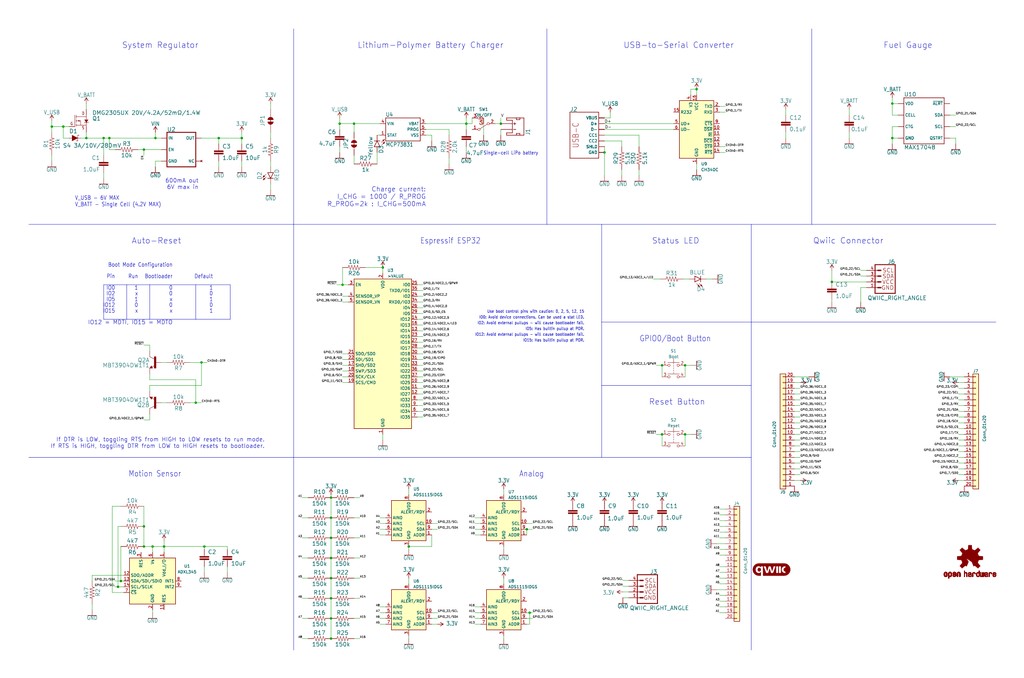
<source format=kicad_sch>
(kicad_sch (version 20230121) (generator eeschema)
  (paper "User" 451.815 299.39)
  (title_block (title "ESP32-DEVKIT-S") (rev "1") (company "HASATIO"))
  (lib_symbols
    (symbol "Analog_ADC:ADS1115IDGS"
      (property "Reference" "U" (at 2.54 13.97 0))
      (property "Value" "ADS1115IDGS" (at 7.62 11.43 0))
      (symbol "ADS1115IDGS_1_1"
        (pin input line (at 10.16 -5.08 180) (length 2.54) (name "ADDR") (number "1"))
        (pin input line (at 10.16 0 180) (length 2.54) (name "SCL") (number "10"))
        (pin output line (at 10.16 5.08 180) (length 2.54) (name "ALERT/RDY") (number "2"))
        (pin power_in line (at 0 -10.16 90) (length 2.54) (name "GND") (number "3"))
        (pin input line (at -10.16 2.54 0) (length 2.54) (name "AIN0") (number "4"))
        (pin input line (at -10.16 0 0) (length 2.54) (name "AIN1") (number "5"))
        (pin input line (at -10.16 -2.54 0) (length 2.54) (name "AIN2") (number "6"))
        (pin input line (at -10.16 -5.08 0) (length 2.54) (name "AIN3") (number "7"))
        (pin power_in line (at 0 12.7 270) (length 2.54) (name "VDD") (number "8"))
        (pin bidirectional line (at 10.16 -2.54 180) (length 2.54) (name "SDA") (number "9"))
      )
    )
    (symbol "Connector_Generic:Conn_01x20" (pin_names (offset 1.016) hide)
      (property "Reference" "J" (at 0 25.4 0))
      (property "Value" "Conn_01x20" (at 0 -27.94 0))
      (symbol "Conn_01x20_1_1"
        (pin passive line (at -5.08 22.86 0) (length 3.81) (name "Pin_1") (number "1"))
        (pin passive line (at -5.08 0 0) (length 3.81) (name "Pin_10") (number "10"))
        (pin passive line (at -5.08 -2.54 0) (length 3.81) (name "Pin_11") (number "11"))
        (pin passive line (at -5.08 -5.08 0) (length 3.81) (name "Pin_12") (number "12"))
        (pin passive line (at -5.08 -7.62 0) (length 3.81) (name "Pin_13") (number "13"))
        (pin passive line (at -5.08 -10.16 0) (length 3.81) (name "Pin_14") (number "14"))
        (pin passive line (at -5.08 -12.7 0) (length 3.81) (name "Pin_15") (number "15"))
        (pin passive line (at -5.08 -15.24 0) (length 3.81) (name "Pin_16") (number "16"))
        (pin passive line (at -5.08 -17.78 0) (length 3.81) (name "Pin_17") (number "17"))
        (pin passive line (at -5.08 -20.32 0) (length 3.81) (name "Pin_18") (number "18"))
        (pin passive line (at -5.08 -22.86 0) (length 3.81) (name "Pin_19") (number "19"))
        (pin passive line (at -5.08 20.32 0) (length 3.81) (name "Pin_2") (number "2"))
        (pin passive line (at -5.08 -25.4 0) (length 3.81) (name "Pin_20") (number "20"))
        (pin passive line (at -5.08 17.78 0) (length 3.81) (name "Pin_3") (number "3"))
        (pin passive line (at -5.08 15.24 0) (length 3.81) (name "Pin_4") (number "4"))
        (pin passive line (at -5.08 12.7 0) (length 3.81) (name "Pin_5") (number "5"))
        (pin passive line (at -5.08 10.16 0) (length 3.81) (name "Pin_6") (number "6"))
        (pin passive line (at -5.08 7.62 0) (length 3.81) (name "Pin_7") (number "7"))
        (pin passive line (at -5.08 5.08 0) (length 3.81) (name "Pin_8") (number "8"))
        (pin passive line (at -5.08 2.54 0) (length 3.81) (name "Pin_9") (number "9"))
      )
    )
    (symbol "Interface_USB:CH340C"
      (property "Reference" "U" (at -5.08 13.97 0))
      (property "Value" "CH340C" (at 1.27 13.97 0))
      (symbol "CH340C_1_1"
        (pin power_in line (at 0 -15.24 90) (length 2.54) (name "GND") (number "1"))
        (pin input line (at 10.16 0 180) (length 2.54) (name "~{DSR}") (number "10"))
        (pin input line (at 10.16 -2.54 180) (length 2.54) (name "~{RI}") (number "11"))
        (pin input line (at 10.16 -5.08 180) (length 2.54) (name "~{DCD}") (number "12"))
        (pin output line (at 10.16 -7.62 180) (length 2.54) (name "~{DTR}") (number "13"))
        (pin output line (at 10.16 -10.16 180) (length 2.54) (name "~{RTS}") (number "14"))
        (pin input line (at -10.16 7.62 0) (length 2.54) (name "R232") (number "15"))
        (pin power_in line (at 0 15.24 270) (length 2.54) (name "VCC") (number "16"))
        (pin output line (at 10.16 10.16 180) (length 2.54) (name "TXD") (number "2"))
        (pin input line (at 10.16 7.62 180) (length 2.54) (name "RXD") (number "3"))
        (pin passive line (at -2.54 15.24 270) (length 2.54) (name "V3") (number "4"))
        (pin bidirectional line (at -10.16 2.54 0) (length 2.54) (name "UD+") (number "5"))
        (pin bidirectional line (at -10.16 0 0) (length 2.54) (name "UD-") (number "6"))
        (pin no_connect line (at -7.62 -7.62 0) (length 2.54) hide (name "NC") (number "7"))
        (pin no_connect line (at -7.62 -10.16 0) (length 2.54) hide (name "NC") (number "8"))
        (pin input line (at 10.16 2.54 180) (length 2.54) (name "~{CTS}") (number "9"))
      )
    )
    (symbol "RF_Module:ESP32-WROOM-32"
      (property "Reference" "U" (at -12.7 34.29 0))
      (property "Value" "ESP32-WROOM-32" (at 1.27 34.29 0))
      (symbol "ESP32-WROOM-32_1_1"
        (pin power_in line (at 0 -35.56 90) (length 2.54) (name "GND") (number "1"))
        (pin bidirectional line (at 15.24 -12.7 180) (length 2.54) (name "IO25") (number "10"))
        (pin bidirectional line (at 15.24 -15.24 180) (length 2.54) (name "IO26") (number "11"))
        (pin bidirectional line (at 15.24 -17.78 180) (length 2.54) (name "IO27") (number "12"))
        (pin bidirectional line (at 15.24 10.16 180) (length 2.54) (name "IO14") (number "13"))
        (pin bidirectional line (at 15.24 15.24 180) (length 2.54) (name "IO12") (number "14"))
        (pin passive line (at 0 -35.56 90) (length 2.54) hide (name "GND") (number "15"))
        (pin bidirectional line (at 15.24 12.7 180) (length 2.54) (name "IO13") (number "16"))
        (pin bidirectional line (at -15.24 -5.08 0) (length 2.54) (name "SHD/SD2") (number "17"))
        (pin bidirectional line (at -15.24 -7.62 0) (length 2.54) (name "SWP/SD3") (number "18"))
        (pin bidirectional line (at -15.24 -12.7 0) (length 2.54) (name "SCS/CMD") (number "19"))
        (pin power_in line (at 0 35.56 270) (length 2.54) (name "VDD") (number "2"))
        (pin bidirectional line (at -15.24 -10.16 0) (length 2.54) (name "SCK/CLK") (number "20"))
        (pin bidirectional line (at -15.24 0 0) (length 2.54) (name "SDO/SD0") (number "21"))
        (pin bidirectional line (at -15.24 -2.54 0) (length 2.54) (name "SDI/SD1") (number "22"))
        (pin bidirectional line (at 15.24 7.62 180) (length 2.54) (name "IO15") (number "23"))
        (pin bidirectional line (at 15.24 25.4 180) (length 2.54) (name "IO2") (number "24"))
        (pin bidirectional line (at 15.24 30.48 180) (length 2.54) (name "IO0") (number "25"))
        (pin bidirectional line (at 15.24 20.32 180) (length 2.54) (name "IO4") (number "26"))
        (pin bidirectional line (at 15.24 5.08 180) (length 2.54) (name "IO16") (number "27"))
        (pin bidirectional line (at 15.24 2.54 180) (length 2.54) (name "IO17") (number "28"))
        (pin bidirectional line (at 15.24 17.78 180) (length 2.54) (name "IO5") (number "29"))
        (pin input line (at -15.24 30.48 0) (length 2.54) (name "EN") (number "3"))
        (pin bidirectional line (at 15.24 0 180) (length 2.54) (name "IO18") (number "30"))
        (pin bidirectional line (at 15.24 -2.54 180) (length 2.54) (name "IO19") (number "31"))
        (pin no_connect line (at -12.7 -27.94 0) (length 2.54) hide (name "NC") (number "32"))
        (pin bidirectional line (at 15.24 -5.08 180) (length 2.54) (name "IO21") (number "33"))
        (pin bidirectional line (at 15.24 22.86 180) (length 2.54) (name "RXD0/IO3") (number "34"))
        (pin bidirectional line (at 15.24 27.94 180) (length 2.54) (name "TXD0/IO1") (number "35"))
        (pin bidirectional line (at 15.24 -7.62 180) (length 2.54) (name "IO22") (number "36"))
        (pin bidirectional line (at 15.24 -10.16 180) (length 2.54) (name "IO23") (number "37"))
        (pin passive line (at 0 -35.56 90) (length 2.54) hide (name "GND") (number "38"))
        (pin passive line (at 0 -35.56 90) (length 2.54) hide (name "GND") (number "39"))
        (pin input line (at -15.24 25.4 0) (length 2.54) (name "SENSOR_VP") (number "4"))
        (pin input line (at -15.24 22.86 0) (length 2.54) (name "SENSOR_VN") (number "5"))
        (pin input line (at 15.24 -25.4 180) (length 2.54) (name "IO34") (number "6"))
        (pin input line (at 15.24 -27.94 180) (length 2.54) (name "IO35") (number "7"))
        (pin bidirectional line (at 15.24 -20.32 180) (length 2.54) (name "IO32") (number "8"))
        (pin bidirectional line (at 15.24 -22.86 180) (length 2.54) (name "IO33") (number "9"))
      )
    )
    (symbol "Sensor_Motion:ADXL343"
      (property "Reference" "U" (at -8.89 11.43 0))
      (property "Value" "ADXL343" (at -7.62 -11.43 0))
      (symbol "ADXL343_1_1"
        (pin power_in line (at 5.08 12.7 270) (length 2.54) (name "Vdd_I/O") (number "1"))
        (pin no_connect line (at -5.08 -10.16 90) (length 2.54) hide (name "NC") (number "10"))
        (pin passive line (at 5.08 -12.7 90) (length 2.54) (name "RES") (number "11"))
        (pin bidirectional line (at -12.7 2.54 0) (length 2.54) (name "SDO/ADDR") (number "12"))
        (pin bidirectional line (at -12.7 0 0) (length 2.54) (name "SDA/SDI/SDIO") (number "13"))
        (pin input line (at -12.7 -2.54 0) (length 2.54) (name "SCL/SCLK") (number "14"))
        (pin power_in line (at 0 -12.7 90) (length 2.54) (name "GND") (number "2"))
        (pin passive line (at -5.08 12.7 270) (length 2.54) (name "RES") (number "3"))
        (pin passive line (at 0 -12.7 90) (length 2.54) hide (name "GND") (number "4"))
        (pin passive line (at 0 -12.7 90) (length 2.54) hide (name "GND") (number "5"))
        (pin power_in line (at 0 12.7 270) (length 2.54) (name "Vs") (number "6"))
        (pin input line (at -12.7 -5.08 0) (length 2.54) (name "~{CS}") (number "7"))
        (pin output line (at 12.7 0 180) (length 2.54) (name "INT1") (number "8"))
        (pin output line (at 12.7 -2.54 180) (length 2.54) (name "INT2") (number "9"))
      )
    )
    (symbol "SparkFun ESP32 Thing Plus C-eagle-import:0.1UF-0402T-16V-10%"
      (property "Reference" "C" (at 1.524 2.921 0))
      (property "Value" "0.1UF-0402T-16V-10%" (at 1.524 -2.159 0))
      (symbol "0.1UF-0402T-16V-10%_1_0"
        (pin passive line (at 0 5.08 270) (length 2.54) (name "1") (number "1"))
        (pin passive line (at 0 -2.54 90) (length 2.54) (name "2") (number "2"))
      )
    )
    (symbol "SparkFun ESP32 Thing Plus C-eagle-import:0.1UF-0402T-6.3V-10%-X7R"
      (property "Reference" "C" (at 1.524 2.921 0))
      (property "Value" "0.1UF-0402T-6.3V-10%-X7R" (at 1.524 -2.159 0))
      (symbol "0.1UF-0402T-6.3V-10%-X7R_1_0"
        (pin passive line (at 0 5.08 270) (length 2.54) (name "1") (number "1"))
        (pin passive line (at 0 -2.54 90) (length 2.54) (name "2") (number "2"))
      )
    )
    (symbol "SparkFun ESP32 Thing Plus C-eagle-import:1.0UF-0402T-16V-10%"
      (property "Reference" "C" (at 1.524 2.921 0))
      (property "Value" "1.0UF-0402T-16V-10%" (at 1.524 -2.159 0))
      (symbol "1.0UF-0402T-16V-10%_1_0"
        (pin passive line (at 0 5.08 270) (length 2.54) (name "1") (number "1"))
        (pin passive line (at 0 -2.54 90) (length 2.54) (name "2") (number "2"))
      )
    )
    (symbol "SparkFun ESP32 Thing Plus C-eagle-import:10KOHM-0402T-1{slash}16W-1%"
      (property "Reference" "R" (at 0 1.524 0))
      (property "Value" "10KOHM-0402T-1{slash}16W-1%" (at 0 -1.524 0))
      (symbol "10KOHM-0402T-1{slash}16W-1%_1_0"
        (pin passive line (at -5.08 0 0) (length 2.54) (name "1") (number "1"))
        (pin passive line (at 5.08 0 180) (length 2.54) (name "2") (number "2"))
      )
    )
    (symbol "SparkFun ESP32 Thing Plus C-eagle-import:10UF-0402T-6.3V-20%"
      (property "Reference" "C" (at 1.524 2.921 0))
      (property "Value" "10UF-0402T-6.3V-20%" (at 1.524 -2.159 0))
      (symbol "10UF-0402T-6.3V-20%_1_0"
        (pin passive line (at 0 5.08 270) (length 2.54) (name "1") (number "1"))
        (pin passive line (at 0 -2.54 90) (length 2.54) (name "2") (number "2"))
      )
    )
    (symbol "SparkFun ESP32 Thing Plus C-eagle-import:1KOHM-0402T-1{slash}16W-1%"
      (property "Reference" "R" (at 0 1.524 0))
      (property "Value" "1KOHM-0402T-1{slash}16W-1%" (at 0 -1.524 0))
      (symbol "1KOHM-0402T-1{slash}16W-1%_1_0"
        (pin passive line (at -5.08 0 0) (length 2.54) (name "1") (number "1"))
        (pin passive line (at 5.08 0 180) (length 2.54) (name "2") (number "2"))
      )
    )
    (symbol "SparkFun ESP32 Thing Plus C-eagle-import:2.0KOHM-0603-1{slash}10W-5%"
      (property "Reference" "R" (at 0 1.524 0))
      (property "Value" "2.0KOHM-0603-1{slash}10W-5%" (at 0 -1.524 0))
      (symbol "2.0KOHM-0603-1{slash}10W-5%_1_0"
        (pin passive line (at -5.08 0 0) (length 2.54) (name "1") (number "1"))
        (pin passive line (at 5.08 0 180) (length 2.54) (name "2") (number "2"))
      )
    )
    (symbol "SparkFun ESP32 Thing Plus C-eagle-import:3.3V" (power)
      (property "Value" "3.3V" (at 0 2.794 0))
      (symbol "3.3V_1_0"
        (pin power_in line (at 0 0 90) (length 2.54) (name "3.3V") (number "1"))
      )
    )
    (symbol "SparkFun ESP32 Thing Plus C-eagle-import:4.7UF-0402_TIGHT-6.3V-20%-X5R"
      (property "Reference" "C" (at 1.524 2.921 0))
      (property "Value" "4.7UF-0402_TIGHT-6.3V-20%-X5R" (at 1.524 -2.159 0))
      (symbol "4.7UF-0402_TIGHT-6.3V-20%-X5R_1_0"
        (pin passive line (at 0 5.08 270) (length 2.54) (name "1") (number "1"))
        (pin passive line (at 0 -2.54 90) (length 2.54) (name "2") (number "2"))
      )
    )
    (symbol "SparkFun ESP32 Thing Plus C-eagle-import:4.7UF-0603-35V-(20%)"
      (property "Reference" "C" (at 1.524 2.921 0))
      (property "Value" "4.7UF-0603-35V-(20%)" (at 1.524 -2.159 0))
      (symbol "4.7UF-0603-35V-(20%)_1_0"
        (pin passive line (at 0 5.08 270) (length 2.54) (name "1") (number "1"))
        (pin passive line (at 0 -2.54 90) (length 2.54) (name "2") (number "2"))
      )
    )
    (symbol "SparkFun ESP32 Thing Plus C-eagle-import:5.1KOHM-0402T-1{slash}16W-1%"
      (property "Reference" "R" (at 0 1.524 0))
      (property "Value" "5.1KOHM-0402T-1{slash}16W-1%" (at 0 -1.524 0))
      (symbol "5.1KOHM-0402T-1{slash}16W-1%_1_0"
        (pin passive line (at -5.08 0 0) (length 2.54) (name "1") (number "1"))
        (pin passive line (at 5.08 0 180) (length 2.54) (name "2") (number "2"))
      )
    )
    (symbol "SparkFun ESP32 Thing Plus C-eagle-import:DIODE-SCHOTTKY-BAT60A"
      (property "Reference" "D" (at -2.54 2.032 0))
      (property "Value" "DIODE-SCHOTTKY-BAT60A" (at -2.54 -2.032 0))
      (symbol "DIODE-SCHOTTKY-BAT60A_1_0"
        (pin passive line (at -2.54 0 0) (length 0) (name "A") (number "A"))
        (pin passive line (at 2.54 0 180) (length 0) (name "C") (number "C"))
      )
    )
    (symbol "SparkFun ESP32 Thing Plus C-eagle-import:GND" (power)
      (property "Value" "GND" (at 0 -0.254 0))
      (symbol "GND_1_0"
        (pin power_in line (at 0 2.54 270) (length 2.54) (name "GND") (number "1"))
      )
    )
    (symbol "SparkFun ESP32 Thing Plus C-eagle-import:JST_2MM_MALE"
      (property "Reference" "J" (at -2.54 5.842 0))
      (symbol "JST_2MM_MALE_1_0"
        (pin bidirectional line (at 0 -5.08 90) (length 5.08) (name "-") (number "1"))
        (pin bidirectional line (at 2.54 -5.08 90) (length 5.08) (name "+") (number "2"))
        (pin bidirectional line (at -2.54 2.54 90) (length 0) (name "PAD1") (number "NC1"))
        (pin bidirectional line (at 5.08 2.54 90) (length 0) (name "PAD2") (number "NC2"))
      )
    )
    (symbol "SparkFun ESP32 Thing Plus C-eagle-import:JUMPER-SMT_2_NC_TRACE_SILK"
      (property "Reference" "JP" (at -2.54 2.54 0))
      (property "Value" "JUMPER-SMT_2_NC_TRACE_SILK" (at -2.54 -2.54 0))
      (symbol "JUMPER-SMT_2_NC_TRACE_SILK_1_0"
        (pin passive line (at -5.08 0 0) (length 2.54) (name "1") (number "1"))
        (pin passive line (at 5.08 0 180) (length 2.54) (name "2") (number "2"))
      )
    )
    (symbol "SparkFun ESP32 Thing Plus C-eagle-import:LED-BLUE0603"
      (property "Reference" "D" (at -3.429 -4.572 90))
      (property "Value" "LED-BLUE0603" (at 1.905 -4.572 90))
      (symbol "LED-BLUE0603_1_0"
        (pin passive line (at 0 2.54 270) (length 2.54) (name "A") (number "A"))
        (pin passive line (at 0 -5.08 90) (length 2.54) (name "C") (number "C"))
      )
    )
    (symbol "SparkFun ESP32 Thing Plus C-eagle-import:LED-RED0603"
      (property "Reference" "D" (at -3.429 -4.572 90))
      (property "Value" "LED-RED0603" (at 1.905 -4.572 90))
      (symbol "LED-RED0603_1_0"
        (pin passive line (at 0 2.54 270) (length 2.54) (name "A") (number "A"))
        (pin passive line (at 0 -5.08 90) (length 2.54) (name "C") (number "C"))
      )
    )
    (symbol "SparkFun ESP32 Thing Plus C-eagle-import:LED-YELLOW0603"
      (property "Reference" "D" (at -3.429 -4.572 90))
      (property "Value" "LED-YELLOW0603" (at 1.905 -4.572 90))
      (symbol "LED-YELLOW0603_1_0"
        (pin passive line (at 0 2.54 270) (length 2.54) (name "A") (number "A"))
        (pin passive line (at 0 -5.08 90) (length 2.54) (name "C") (number "C"))
      )
    )
    (symbol "SparkFun ESP32 Thing Plus C-eagle-import:MAX17048DFN8"
      (property "Reference" "U" (at -10.16 10.668 0))
      (property "Value" "MAX17048DFN8" (at -10.16 -12.7 0))
      (symbol "MAX17048DFN8_1_0"
        (pin input line (at -12.7 -2.54 0) (length 2.54) (name "CTG") (number "1"))
        (pin input line (at -12.7 2.54 0) (length 2.54) (name "CELL") (number "2"))
        (pin bidirectional line (at -12.7 7.62 0) (length 2.54) (name "VDD") (number "3"))
        (pin bidirectional line (at -12.7 -7.62 0) (length 2.54) (name "GND") (number "4"))
        (pin bidirectional line (at 10.16 7.62 180) (length 2.54) (name "~{ALRT}") (number "5"))
        (pin bidirectional line (at 10.16 -7.62 180) (length 2.54) (name "QSTRT") (number "6"))
        (pin output line (at 10.16 -2.54 180) (length 2.54) (name "SCL") (number "7"))
        (pin input line (at 10.16 2.54 180) (length 2.54) (name "SDA") (number "8"))
        (pin bidirectional line (at -12.7 -7.62 0) (length 2.54) (name "GND") (number "9"))
      )
    )
    (symbol "SparkFun ESP32 Thing Plus C-eagle-import:MCP73831"
      (property "Reference" "U" (at -7.62 5.588 0))
      (property "Value" "MCP73831" (at -7.62 -7.62 0))
      (symbol "MCP73831_1_0"
        (pin output line (at -10.16 -2.54 0) (length 2.54) (name "STAT") (number "1"))
        (pin power_in line (at 10.16 -2.54 180) (length 2.54) (name "VSS") (number "2"))
        (pin power_in line (at 10.16 2.54 180) (length 2.54) (name "VBAT") (number "3"))
        (pin power_in line (at -10.16 2.54 0) (length 2.54) (name "VIN") (number "4"))
        (pin input line (at 10.16 0 180) (length 2.54) (name "PROG") (number "5"))
      )
    )
    (symbol "SparkFun ESP32 Thing Plus C-eagle-import:MOSFET_PCH-DMG2305UX-7"
      (property "Reference" "Q" (at 5.08 0 0))
      (property "Value" "MOSFET_PCH-DMG2305UX-7" (at 5.08 -2.54 0))
      (symbol "MOSFET_PCH-DMG2305UX-7_1_0"
        (text "D" (at 0.508 2.54 0) (effects (font (size 1.27 1.0795)) (justify left bottom)))
        (text "G" (at -3.302 -0.508 0) (effects (font (size 1.27 1.0795)) (justify right top)))
        (text "S" (at 0.508 -3.81 0) (effects (font (size 1.27 1.0795)) (justify left bottom)))
        (pin bidirectional line (at -5.08 -2.54 0) (length 2.54) (name "G") (number "1"))
        (pin bidirectional line (at 2.54 -5.08 90) (length 2.54) (name "S") (number "2"))
        (pin bidirectional line (at 2.54 5.08 270) (length 2.54) (name "D") (number "3"))
      )
    )
    (symbol "SparkFun ESP32 Thing Plus C-eagle-import:OSHW-LOGOMINI")
    (symbol "SparkFun ESP32 Thing Plus C-eagle-import:QWIIC_CONNECTORJS-1MM"
      (property "Reference" "J" (at -5.08 7.874 0))
      (property "Value" "QWIIC_CONNECTORJS-1MM" (at -5.08 -5.334 0))
      (symbol "QWIIC_CONNECTORJS-1MM_1_0"
        (text "GND" (at -4.572 -2.54 0) (effects (font (size 1.778 1.778)) (justify left)))
        (text "SCL" (at -4.572 5.08 0) (effects (font (size 1.778 1.778)) (justify left)))
        (text "SDA" (at -4.572 2.54 0) (effects (font (size 1.778 1.778)) (justify left)))
        (text "VCC" (at -4.572 0 0) (effects (font (size 1.778 1.778)) (justify left)))
        (pin power_in line (at 7.62 -2.54 180) (length 5.08) (name "1") (number "1"))
        (pin power_in line (at 7.62 0 180) (length 5.08) (name "2") (number "2"))
        (pin passive line (at 7.62 2.54 180) (length 5.08) (name "3") (number "3"))
        (pin passive line (at 7.62 5.08 180) (length 5.08) (name "4") (number "4"))
      )
    )
    (symbol "SparkFun ESP32 Thing Plus C-eagle-import:QWIIC_LOGO_4MM")
    (symbol "SparkFun ESP32 Thing Plus C-eagle-import:TRANS_NPN_DUAL-MBT3904DW1T1"
      (property "Reference" "Q" (at 2.54 0 0))
      (property "Value" "TRANS_NPN_DUAL-MBT3904DW1T1" (at 2.54 -2.286 0))
      (symbol "TRANS_NPN_DUAL-MBT3904DW1T1_1_0"
        (pin passive line (at 2.54 5.08 270) (length 2.54) (name "C") (number "3"))
        (pin passive line (at 2.54 -5.08 90) (length 2.54) (name "E") (number "4"))
        (pin passive line (at -2.54 0 0) (length 2.54) (name "B") (number "5"))
      )
      (symbol "TRANS_NPN_DUAL-MBT3904DW1T1_2_0"
        (pin passive line (at 2.54 -5.08 90) (length 2.54) (name "E") (number "1"))
        (pin passive line (at -2.54 0 0) (length 2.54) (name "B") (number "2"))
        (pin passive line (at 2.54 5.08 270) (length 2.54) (name "C") (number "6"))
      )
    )
    (symbol "SparkFun ESP32 Thing Plus C-eagle-import:USB_C_2-LAYER_PADS"
      (property "Reference" "J" (at -2.54 10.414 0))
      (property "Value" "USB_C_2-LAYER_PADS" (at -2.54 -12.446 0))
      (symbol "USB_C_2-LAYER_PADS_1_0"
        (text "USB-C" (at 0 0 900) (effects (font (size 2.54 2.159))))
        (pin bidirectional line (at 12.7 0 180) (length 2.54) (name "CC1") (number "A5"))
        (pin bidirectional line (at 12.7 5.08 180) (length 2.54) (name "D+") (number "A6"))
        (pin bidirectional line (at 12.7 2.54 180) (length 2.54) (name "D-") (number "A7"))
        (pin bidirectional line (at 12.7 -2.54 180) (length 2.54) (name "CC2") (number "B5"))
        (pin bidirectional line (at 12.7 5.08 180) (length 2.54) (name "D+") (number "B6"))
        (pin bidirectional line (at 12.7 2.54 180) (length 2.54) (name "D-") (number "B7"))
        (pin bidirectional line (at 12.7 -7.62 180) (length 2.54) (name "GND") (number "GND"))
        (pin bidirectional line (at 12.7 -7.62 180) (length 2.54) (name "GND") (number "GND2"))
        (pin bidirectional line (at 12.7 -5.08 180) (length 2.54) (name "SHLD") (number "SHLD1"))
        (pin bidirectional line (at 12.7 -5.08 180) (length 2.54) (name "SHLD") (number "SHLD2"))
        (pin bidirectional line (at 12.7 -5.08 180) (length 2.54) (name "SHLD") (number "SHLD3"))
        (pin bidirectional line (at 12.7 -5.08 180) (length 2.54) (name "SHLD") (number "SHLD4"))
        (pin bidirectional line (at 12.7 7.62 180) (length 2.54) (name "VBUS") (number "VBUS1"))
        (pin bidirectional line (at 12.7 7.62 180) (length 2.54) (name "VBUS") (number "VBUS2"))
      )
    )
    (symbol "SparkFun ESP32 Thing Plus C-eagle-import:VIN" (power)
      (property "Value" "VIN" (at 0 2.794 0))
      (symbol "VIN_1_0"
        (pin power_in line (at 0 0 90) (length 2.54) (name "VIN") (number "1"))
      )
    )
    (symbol "SparkFun ESP32 Thing Plus C-eagle-import:V_BATT" (power)
      (property "Value" "V_BATT" (at 0 2.794 0))
      (symbol "V_BATT_1_0"
        (pin power_in line (at 0 0 90) (length 2.54) (name "V_BATT") (number "1"))
      )
    )
    (symbol "SparkFun ESP32 Thing Plus C-eagle-import:V_REG_AP2112K-3.3V"
      (property "Reference" "U" (at -7.62 7.874 0))
      (property "Value" "V_REG_AP2112K-3.3V" (at -7.62 -7.874 0))
      (symbol "V_REG_AP2112K-3.3V_1_0"
        (pin input line (at -10.16 5.08 0) (length 2.54) (name "IN") (number "1"))
        (pin input line (at -10.16 -5.08 0) (length 2.54) (name "GND") (number "2"))
        (pin input line (at -10.16 0 0) (length 2.54) (name "EN") (number "3"))
        (pin no_connect line (at 7.62 -5.08 180) (length 2.54) (name "NC") (number "4"))
        (pin passive line (at 7.62 5.08 180) (length 2.54) (name "OUT") (number "5"))
      )
    )
    (symbol "SparkFun ESP32 Thing Plus C-eagle-import:V_USB" (power)
      (property "Value" "V_USB" (at 0 2.794 0))
      (symbol "V_USB_1_0"
        (pin power_in line (at 0 0 90) (length 2.54) (name "V_USB") (number "1"))
      )
    )
    (symbol "Switch:SW_Push_Dual" (pin_names (offset 1.016) hide)
      (property "Reference" "SW" (at 1.27 2.54 0))
      (property "Value" "SW_Push_Dual" (at 0 -6.858 0))
      (symbol "SW_Push_Dual_0_1"
        (pin passive line (at -5.08 0 0) (length 2.54) (name "1") (number "1"))
        (pin passive line (at 5.08 0 180) (length 2.54) (name "2") (number "2"))
        (pin passive line (at -5.08 -5.08 0) (length 2.54) (name "3") (number "3"))
        (pin passive line (at 5.08 -5.08 180) (length 2.54) (name "4") (number "4"))
      )
    )
    (symbol "Switch:SW_SPDT" (pin_names (offset 0) hide)
      (property "Reference" "SW1" (at 0 6.35 0))
      (property "Value" "ON/OFF" (at 0 3.81 0))
      (symbol "SW_SPDT_1_0"
        (pin passive line (at 0 -2.54 90) (length 2.54) (name "GND") (number "GND"))
      )
      (symbol "SW_SPDT_1_1"
        (pin passive line (at 5.08 2.54 180) (length 2.54) (name "A") (number "1"))
        (pin passive line (at -5.08 0 0) (length 2.54) (name "B") (number "2"))
        (pin passive line (at 5.08 -2.54 180) (length 2.54) (name "C") (number "3"))
      )
    )
  )
  (junction (at 88.9 160.02))
  (junction (at 68.58 60.96))
  (junction (at 205.74 54.61))
  (junction (at 63.5 232.41))
  (junction (at 52.07 259.08))
  (junction (at 393.7 60.96))
  (junction (at 96.52 60.96))
  (junction (at 180.34 241.3))
  (junction (at 393.7 45.72))
  (junction (at 27.94 55.88))
  (junction (at 292.1 161.29))
  (junction (at 220.98 54.61))
  (junction (at 156.21 54.61))
  (junction (at 302.26 191.77))
  (junction (at 168.91 118.11))
  (junction (at 151.13 125.73))
  (junction (at 90.17 241.3))
  (junction (at 266.7 67.31))
  (junction (at 146.05 219.71))
  (junction (at 146.05 228.6))
  (junction (at 232.41 233.68))
  (junction (at 233.68 270.51))
  (junction (at 38.1 60.96))
  (junction (at 48.26 60.96))
  (junction (at 67.31 241.3))
  (junction (at 149.86 54.61))
  (junction (at 146.05 255.27))
  (junction (at 146.05 273.05))
  (junction (at 72.39 241.3))
  (junction (at 63.5 241.3))
  (junction (at 63.5 66.04))
  (junction (at 302.26 161.29))
  (junction (at 292.1 191.77))
  (junction (at 307.34 39.37))
  (junction (at 146.05 237.49))
  (junction (at 146.05 281.94))
  (junction (at 146.05 246.38))
  (junction (at 22.86 55.88))
  (junction (at 86.36 177.8))
  (junction (at 367.03 124.46))
  (junction (at 106.68 60.96))
  (junction (at 45.72 60.96))
  (junction (at 53.34 256.54))
  (junction (at 146.05 264.16))
  (wire (pts (xy 153.67 125.73) (xy 151.13 125.73)))
  (wire (pts (xy 149.86 54.61) (xy 149.86 57.15)))
  (wire (pts (xy 422.91 191.77) (xy 425.45 191.77)))
  (wire (pts (xy 72.39 238.76) (xy 72.39 241.3)))
  (wire (pts (xy 50.8 66.04) (xy 48.26 66.04)))
  (wire (pts (xy 86.36 177.8) (xy 88.9 177.8)))
  (wire (pts (xy 186.69 138.43) (xy 184.15 138.43)))
  (wire (pts (xy 346.71 48.26) (xy 346.71 50.8)))
  (wire (pts (xy 307.34 41.91) (xy 307.34 39.37)))
  (wire (pts (xy 180.34 242.57) (xy 180.34 241.3)))
  (wire (pts (xy 146.05 255.27) (xy 146.05 264.16)))
  (polyline (pts (xy 12.7 201.93) (xy 129.54 201.93)))
  (wire (pts (xy 209.55 273.05) (xy 212.09 273.05)))
  (wire (pts (xy 66.04 170.18) (xy 88.9 170.18)))
  (wire (pts (xy 346.71 58.42) (xy 346.71 60.96)))
  (wire (pts (xy 317.5 262.89) (xy 320.04 262.89)))
  (wire (pts (xy 419.1 50.8) (xy 421.64 50.8)))
  (wire (pts (xy 304.8 41.91) (xy 304.8 39.37)))
  (wire (pts (xy 186.69 133.35) (xy 184.15 133.35)))
  (polyline (pts (xy 66.04 125.73) (xy 66.04 140.97)))
  (polyline (pts (xy 12.7 99.06) (xy 129.54 99.06)))
  (wire (pts (xy 168.91 194.31) (xy 168.91 191.77)))
  (wire (pts (xy 158.75 264.16) (xy 156.21 264.16)))
  (wire (pts (xy 317.5 252.73) (xy 320.04 252.73)))
  (wire (pts (xy 180.34 215.9) (xy 180.34 218.44)))
  (wire (pts (xy 190.5 59.69) (xy 190.5 62.23)))
  (polyline (pts (xy 358.14 99.06) (xy 439.42 99.06)))
  (wire (pts (xy 422.91 176.53) (xy 425.45 176.53)))
  (wire (pts (xy 317.5 245.11) (xy 320.04 245.11)))
  (polyline (pts (xy 86.36 140.97) (xy 66.04 140.97)))
  (wire (pts (xy 119.38 71.12) (xy 119.38 73.66)))
  (wire (pts (xy 422.91 204.47) (xy 425.45 204.47)))
  (wire (pts (xy 277.368 263.906) (xy 274.828 263.906)))
  (polyline (pts (xy 101.6 140.97) (xy 86.36 140.97)))
  (wire (pts (xy 317.5 242.57) (xy 320.04 242.57)))
  (wire (pts (xy 52.07 259.08) (xy 54.61 259.08)))
  (wire (pts (xy 422.91 171.45) (xy 425.45 171.45)))
  (polyline (pts (xy 241.3 99.06) (xy 265.43 99.06)))
  (polyline (pts (xy 129.54 99.06) (xy 241.3 99.06)))
  (wire (pts (xy 90.17 241.3) (xy 72.39 241.3)))
  (wire (pts (xy 367.03 124.46) (xy 382.27 124.46)))
  (wire (pts (xy 186.69 168.91) (xy 184.15 168.91)))
  (polyline (pts (xy 129.54 12.7) (xy 129.54 99.06)))
  (wire (pts (xy 96.52 73.66) (xy 96.52 71.12)))
  (wire (pts (xy 266.7 62.23) (xy 274.32 62.23)))
  (wire (pts (xy 379.73 127) (xy 379.73 133.35)))
  (wire (pts (xy 158.75 228.6) (xy 156.21 228.6)))
  (wire (pts (xy 422.91 199.39) (xy 425.45 199.39)))
  (wire (pts (xy 205.74 67.31) (xy 205.74 64.77)))
  (wire (pts (xy 288.29 123.19) (xy 291.338 123.19)))
  (wire (pts (xy 146.05 237.49) (xy 146.05 246.38)))
  (wire (pts (xy 209.55 231.14) (xy 212.09 231.14)))
  (wire (pts (xy 66.04 185.42) (xy 63.5 185.42)))
  (wire (pts (xy 317.5 224.79) (xy 320.04 224.79)))
  (wire (pts (xy 186.69 153.67) (xy 184.15 153.67)))
  (wire (pts (xy 45.72 76.2) (xy 45.72 78.74)))
  (wire (pts (xy 133.35 255.27) (xy 135.89 255.27)))
  (wire (pts (xy 73.66 177.8) (xy 71.12 177.8)))
  (wire (pts (xy 186.69 148.59) (xy 184.15 148.59)))
  (wire (pts (xy 67.31 241.3) (xy 67.31 243.84)))
  (wire (pts (xy 393.7 45.72) (xy 396.24 45.72)))
  (wire (pts (xy 205.74 54.61) (xy 208.28 54.61)))
  (wire (pts (xy 374.65 58.42) (xy 374.65 60.96)))
  (wire (pts (xy 63.5 66.04) (xy 71.12 66.04)))
  (wire (pts (xy 83.82 160.02) (xy 88.9 160.02)))
  (wire (pts (xy 53.34 223.52) (xy 49.53 223.52)))
  (polyline (pts (xy 55.88 125.73) (xy 55.88 140.97)))
  (wire (pts (xy 317.5 232.41) (xy 320.04 232.41)))
  (wire (pts (xy 193.04 231.14) (xy 190.5 231.14)))
  (wire (pts (xy 422.91 201.93) (xy 425.45 201.93)))
  (wire (pts (xy 180.34 255.27) (xy 180.34 257.81)))
  (polyline (pts (xy 55.88 140.97) (xy 45.72 140.97)))
  (wire (pts (xy 307.34 72.39) (xy 307.34 74.93)))
  (wire (pts (xy 266.7 67.31) (xy 266.7 77.47)))
  (wire (pts (xy 38.1 45.72) (xy 38.1 48.26)))
  (wire (pts (xy 54.61 254) (xy 40.64 254)))
  (polyline (pts (xy 86.36 125.73) (xy 101.6 125.73)))
  (wire (pts (xy 68.58 60.96) (xy 48.26 60.96)))
  (wire (pts (xy 396.24 60.96) (xy 393.7 60.96)))
  (wire (pts (xy 151.13 166.37) (xy 153.67 166.37)))
  (wire (pts (xy 209.55 267.97) (xy 212.09 267.97)))
  (wire (pts (xy 302.26 161.29) (xy 302.26 166.37)))
  (polyline (pts (xy 331.47 142.24) (xy 439.42 142.24)))
  (wire (pts (xy 158.75 273.05) (xy 156.21 273.05)))
  (wire (pts (xy 193.04 273.05) (xy 190.5 273.05)))
  (polyline (pts (xy 265.43 142.24) (xy 331.47 142.24)))
  (wire (pts (xy 151.13 158.75) (xy 153.67 158.75)))
  (wire (pts (xy 186.69 179.07) (xy 184.15 179.07)))
  (wire (pts (xy 281.94 59.69) (xy 281.94 64.77)))
  (wire (pts (xy 186.69 140.97) (xy 184.15 140.97)))
  (wire (pts (xy 53.34 241.3) (xy 53.34 256.54)))
  (wire (pts (xy 350.52 191.77) (xy 353.06 191.77)))
  (wire (pts (xy 302.26 191.77) (xy 304.8 191.77)))
  (wire (pts (xy 419.1 60.96) (xy 421.64 60.96)))
  (wire (pts (xy 48.26 66.04) (xy 48.26 60.96)))
  (wire (pts (xy 49.53 223.52) (xy 49.53 261.62)))
  (wire (pts (xy 302.26 191.77) (xy 302.26 196.85)))
  (wire (pts (xy 63.5 66.04) (xy 63.5 68.58)))
  (wire (pts (xy 63.5 241.3) (xy 67.31 241.3)))
  (wire (pts (xy 382.27 127) (xy 379.73 127)))
  (wire (pts (xy 393.7 60.96) (xy 393.7 63.5)))
  (polyline (pts (xy 86.36 125.73) (xy 86.36 140.97)))
  (wire (pts (xy 149.86 67.31) (xy 149.86 64.77)))
  (wire (pts (xy 317.5 255.27) (xy 320.04 255.27)))
  (wire (pts (xy 63.5 232.41) (xy 63.5 241.3)))
  (wire (pts (xy 350.52 194.31) (xy 353.06 194.31)))
  (wire (pts (xy 186.69 151.13) (xy 184.15 151.13)))
  (wire (pts (xy 119.38 45.72) (xy 119.38 48.26)))
  (wire (pts (xy 350.52 168.91) (xy 353.06 168.91)))
  (wire (pts (xy 186.69 171.45) (xy 184.15 171.45)))
  (wire (pts (xy 274.32 77.47) (xy 274.32 74.93)))
  (wire (pts (xy 72.39 243.84) (xy 72.39 241.3)))
  (wire (pts (xy 190.5 236.22) (xy 190.5 241.3)))
  (wire (pts (xy 100.33 242.57) (xy 100.33 241.3)))
  (wire (pts (xy 317.5 64.77) (xy 320.04 64.77)))
  (wire (pts (xy 151.13 125.73) (xy 148.59 125.73)))
  (wire (pts (xy 186.69 128.27) (xy 184.15 128.27)))
  (wire (pts (xy 158.75 237.49) (xy 156.21 237.49)))
  (wire (pts (xy 266.7 54.61) (xy 297.18 54.61)))
  (wire (pts (xy 374.65 48.26) (xy 374.65 50.8)))
  (wire (pts (xy 158.75 281.94) (xy 156.21 281.94)))
  (wire (pts (xy 187.96 57.15) (xy 198.12 57.15)))
  (wire (pts (xy 367.03 133.35) (xy 367.03 132.08)))
  (wire (pts (xy 233.68 275.59) (xy 233.68 270.51)))
  (polyline (pts (xy 331.47 201.93) (xy 265.43 201.93)))
  (wire (pts (xy 317.5 270.51) (xy 320.04 270.51)))
  (wire (pts (xy 86.36 177.8) (xy 86.36 167.64)))
  (wire (pts (xy 233.68 270.51) (xy 232.41 270.51)))
  (wire (pts (xy 71.12 71.12) (xy 68.58 71.12)))
  (wire (pts (xy 209.55 228.6) (xy 212.09 228.6)))
  (polyline (pts (xy 241.3 12.7) (xy 241.3 99.06)))
  (wire (pts (xy 119.38 58.42) (xy 119.38 60.96)))
  (wire (pts (xy 350.52 196.85) (xy 353.06 196.85)))
  (wire (pts (xy 100.33 252.73) (xy 100.33 250.19)))
  (wire (pts (xy 186.69 130.81) (xy 184.15 130.81)))
  (polyline (pts (xy 66.04 125.73) (xy 86.36 125.73)))
  (wire (pts (xy 422.91 207.01) (xy 425.45 207.01)))
  (wire (pts (xy 269.24 52.07) (xy 269.24 49.53)))
  (wire (pts (xy 27.94 55.88) (xy 27.94 60.96)))
  (wire (pts (xy 156.21 54.61) (xy 156.21 58.42)))
  (wire (pts (xy 281.94 77.47) (xy 281.94 74.93)))
  (wire (pts (xy 119.38 83.82) (xy 119.38 81.28)))
  (wire (pts (xy 106.68 60.96) (xy 106.68 63.5)))
  (wire (pts (xy 158.75 246.38) (xy 156.21 246.38)))
  (wire (pts (xy 161.29 118.11) (xy 168.91 118.11)))
  (wire (pts (xy 422.91 173.99) (xy 425.45 173.99)))
  (wire (pts (xy 193.04 270.51) (xy 190.5 270.51)))
  (wire (pts (xy 133.35 246.38) (xy 135.89 246.38)))
  (wire (pts (xy 100.33 241.3) (xy 90.17 241.3)))
  (wire (pts (xy 186.69 135.89) (xy 184.15 135.89)))
  (wire (pts (xy 167.64 233.68) (xy 170.18 233.68)))
  (wire (pts (xy 156.21 68.58) (xy 156.21 72.39)))
  (wire (pts (xy 40.64 254) (xy 40.64 256.54)))
  (wire (pts (xy 49.53 261.62) (xy 54.61 261.62)))
  (wire (pts (xy 316.23 260.35) (xy 320.04 260.35)))
  (wire (pts (xy 350.52 166.37) (xy 356.87 166.37)))
  (wire (pts (xy 60.96 66.04) (xy 63.5 66.04)))
  (wire (pts (xy 289.56 161.29) (xy 292.1 161.29)))
  (wire (pts (xy 35.56 60.96) (xy 38.1 60.96)))
  (wire (pts (xy 307.34 39.37) (xy 304.8 39.37)))
  (wire (pts (xy 186.69 173.99) (xy 184.15 173.99)))
  (polyline (pts (xy 331.47 170.18) (xy 331.47 142.24)))
  (wire (pts (xy 146.05 219.71) (xy 146.05 228.6)))
  (wire (pts (xy 158.75 219.71) (xy 156.21 219.71)))
  (wire (pts (xy 209.55 236.22) (xy 212.09 236.22)))
  (wire (pts (xy 50.8 259.08) (xy 52.07 259.08)))
  (wire (pts (xy 232.41 233.68) (xy 232.41 236.22)))
  (wire (pts (xy 180.34 281.94) (xy 180.34 280.67)))
  (wire (pts (xy 234.95 231.14) (xy 232.41 231.14)))
  (wire (pts (xy 314.198 123.19) (xy 311.658 123.19)))
  (wire (pts (xy 350.52 173.99) (xy 353.06 173.99)))
  (wire (pts (xy 393.7 50.8) (xy 393.7 45.72)))
  (wire (pts (xy 167.64 270.51) (xy 170.18 270.51)))
  (wire (pts (xy 220.98 52.07) (xy 220.98 54.61)))
  (wire (pts (xy 193.04 275.59) (xy 190.5 275.59)))
  (wire (pts (xy 317.5 227.33) (xy 320.04 227.33)))
  (wire (pts (xy 274.828 261.366) (xy 277.368 261.366)))
  (wire (pts (xy 317.5 257.81) (xy 320.04 257.81)))
  (wire (pts (xy 234.95 273.05) (xy 232.41 273.05)))
  (wire (pts (xy 393.7 55.88) (xy 393.7 60.96)))
  (polyline (pts (xy 331.47 99.06) (xy 358.14 99.06)))
  (polyline (pts (xy 265.43 170.18) (xy 265.43 142.24)))
  (wire (pts (xy 27.94 55.88) (xy 22.86 55.88)))
  (wire (pts (xy 68.58 71.12) (xy 68.58 73.66)))
  (polyline (pts (xy 331.47 287.02) (xy 331.47 201.93)))
  (wire (pts (xy 88.9 60.96) (xy 96.52 60.96)))
  (wire (pts (xy 149.86 54.61) (xy 149.86 52.07)))
  (wire (pts (xy 38.1 60.96) (xy 45.72 60.96)))
  (wire (pts (xy 48.26 60.96) (xy 45.72 60.96)))
  (wire (pts (xy 96.52 60.96) (xy 96.52 63.5)))
  (wire (pts (xy 187.96 59.69) (xy 190.5 59.69)))
  (wire (pts (xy 186.69 156.21) (xy 184.15 156.21)))
  (wire (pts (xy 151.13 168.91) (xy 153.67 168.91)))
  (wire (pts (xy 38.1 58.42) (xy 38.1 60.96)))
  (wire (pts (xy 208.28 52.07) (xy 208.28 54.61)))
  (wire (pts (xy 186.69 158.75) (xy 184.15 158.75)))
  (wire (pts (xy 73.66 160.02) (xy 71.12 160.02)))
  (wire (pts (xy 146.05 264.16) (xy 146.05 273.05)))
  (polyline (pts (xy 45.72 125.73) (xy 55.88 125.73)))
  (wire (pts (xy 422.91 168.91) (xy 425.45 168.91)))
  (wire (pts (xy 350.52 186.69) (xy 353.06 186.69)))
  (wire (pts (xy 350.52 181.61) (xy 353.06 181.61)))
  (wire (pts (xy 186.69 181.61) (xy 184.15 181.61)))
  (wire (pts (xy 63.5 223.52) (xy 63.5 232.41)))
  (wire (pts (xy 166.37 67.31) (xy 166.37 72.39)))
  (polyline (pts (xy 331.47 142.24) (xy 331.47 142.24)))
  (wire (pts (xy 53.34 232.41) (xy 52.07 232.41)))
  (polyline (pts (xy 265.43 142.24) (xy 265.43 99.06)))
  (wire (pts (xy 151.13 161.29) (xy 153.67 161.29)))
  (polyline (pts (xy 265.43 99.06) (xy 331.47 99.06)))
  (wire (pts (xy 166.37 59.69) (xy 167.64 59.69)))
  (wire (pts (xy 167.64 231.14) (xy 170.18 231.14)))
  (wire (pts (xy 292.1 191.77) (xy 289.56 191.77)))
  (wire (pts (xy 205.74 52.07) (xy 205.74 54.61)))
  (wire (pts (xy 133.35 219.71) (xy 135.89 219.71)))
  (polyline (pts (xy 55.88 125.73) (xy 66.04 125.73)))
  (wire (pts (xy 158.75 255.27) (xy 156.21 255.27)))
  (wire (pts (xy 317.5 267.97) (xy 320.04 267.97)))
  (polyline (pts (xy 331.47 142.24) (xy 331.47 99.06)))
  (wire (pts (xy 88.9 170.18) (xy 88.9 160.02)))
  (wire (pts (xy 52.07 232.41) (xy 52.07 259.08)))
  (wire (pts (xy 149.86 54.61) (xy 156.21 54.61)))
  (wire (pts (xy 45.72 60.96) (xy 45.72 68.58)))
  (wire (pts (xy 106.68 58.42) (xy 106.68 60.96)))
  (wire (pts (xy 396.24 50.8) (xy 393.7 50.8)))
  (wire (pts (xy 205.74 57.15) (xy 205.74 54.61)))
  (wire (pts (xy 83.82 177.8) (xy 86.36 177.8)))
  (wire (pts (xy 317.5 46.99) (xy 320.04 46.99)))
  (wire (pts (xy 71.12 60.96) (xy 68.58 60.96)))
  (wire (pts (xy 186.69 163.83) (xy 184.15 163.83)))
  (wire (pts (xy 292.1 166.37) (xy 292.1 161.29)))
  (wire (pts (xy 234.95 270.51) (xy 233.68 270.51)))
  (polyline (pts (xy 45.72 140.97) (xy 45.72 125.73)))
  (wire (pts (xy 67.31 241.3) (xy 72.39 241.3)))
  (wire (pts (xy 146.05 273.05) (xy 146.05 281.94)))
  (wire (pts (xy 422.91 184.15) (xy 425.45 184.15)))
  (wire (pts (xy 422.91 212.09) (xy 425.45 212.09)))
  (wire (pts (xy 350.52 209.55) (xy 353.06 209.55)))
  (wire (pts (xy 350.52 204.47) (xy 353.06 204.47)))
  (polyline (pts (xy 265.43 170.18) (xy 265.43 201.93)))
  (wire (pts (xy 350.52 199.39) (xy 353.06 199.39)))
  (polyline (pts (xy 66.04 140.97) (xy 55.88 140.97)))
  (wire (pts (xy 209.55 270.51) (xy 212.09 270.51)))
  (wire (pts (xy 382.27 121.92) (xy 379.73 121.92)))
  (wire (pts (xy 167.64 275.59) (xy 170.18 275.59)))
  (wire (pts (xy 422.91 194.31) (xy 425.45 194.31)))
  (wire (pts (xy 234.95 233.68) (xy 232.41 233.68)))
  (wire (pts (xy 209.55 233.68) (xy 212.09 233.68)))
  (wire (pts (xy 393.7 45.72) (xy 393.7 43.18)))
  (wire (pts (xy 30.48 55.88) (xy 27.94 55.88)))
  (wire (pts (xy 222.25 215.9) (xy 222.25 218.44)))
  (wire (pts (xy 133.35 237.49) (xy 135.89 237.49)))
  (wire (pts (xy 350.52 179.07) (xy 353.06 179.07)))
  (wire (pts (xy 66.04 185.42) (xy 66.04 182.88)))
  (wire (pts (xy 106.68 73.66) (xy 106.68 71.12)))
  (wire (pts (xy 86.36 167.64) (xy 66.04 167.64)))
  (wire (pts (xy 22.86 53.34) (xy 22.86 55.88)))
  (wire (pts (xy 151.13 130.81) (xy 153.67 130.81)))
  (wire (pts (xy 90.17 241.3) (xy 90.17 242.57)))
  (wire (pts (xy 66.04 152.4) (xy 63.5 152.4)))
  (wire (pts (xy 266.7 59.69) (xy 281.94 59.69)))
  (wire (pts (xy 96.52 60.96) (xy 106.68 60.96)))
  (wire (pts (xy 422.91 181.61) (xy 425.45 181.61)))
  (wire (pts (xy 350.52 184.15) (xy 353.06 184.15)))
  (polyline (pts (xy 265.43 170.18) (xy 331.47 170.18)))
  (wire (pts (xy 317.5 234.95) (xy 320.04 234.95)))
  (wire (pts (xy 146.05 246.38) (xy 146.05 255.27)))
  (wire (pts (xy 421.64 60.96) (xy 421.64 63.5)))
  (wire (pts (xy 213.36 52.07) (xy 213.36 59.69)))
  (wire (pts (xy 133.35 281.94) (xy 135.89 281.94)))
  (wire (pts (xy 269.24 52.07) (xy 266.7 52.07)))
  (wire (pts (xy 222.25 281.94) (xy 222.25 280.67)))
  (wire (pts (xy 151.13 118.11) (xy 151.13 125.73)))
  (wire (pts (xy 167.64 236.22) (xy 170.18 236.22)))
  (wire (pts (xy 88.9 160.02) (xy 91.44 160.02)))
  (wire (pts (xy 50.8 256.54) (xy 53.34 256.54)))
  (wire (pts (xy 146.05 228.6) (xy 146.05 237.49)))
  (wire (pts (xy 67.31 270.51) (xy 67.31 269.24)))
  (wire (pts (xy 350.52 201.93) (xy 353.06 201.93)))
  (wire (pts (xy 186.69 146.05) (xy 184.15 146.05)))
  (wire (pts (xy 220.98 57.15) (xy 220.98 59.69)))
  (wire (pts (xy 151.13 133.35) (xy 153.67 133.35)))
  (wire (pts (xy 53.34 256.54) (xy 54.61 256.54)))
  (wire (pts (xy 90.17 252.73) (xy 90.17 250.19)))
  (wire (pts (xy 419.1 55.88) (xy 421.64 55.88)))
  (wire (pts (xy 66.04 154.94) (xy 66.04 152.4)))
  (wire (pts (xy 292.1 191.77) (xy 292.1 196.85)))
  (polyline (pts (xy 358.14 12.7) (xy 358.14 99.06)))
  (wire (pts (xy 317.5 237.49) (xy 320.04 237.49)))
  (wire (pts (xy 422.91 179.07) (xy 425.45 179.07)))
  (wire (pts (xy 209.55 275.59) (xy 212.09 275.59)))
  (polyline (pts (xy 129.54 201.93) (xy 265.43 201.93)))
  (wire (pts (xy 367.03 119.38) (xy 367.03 124.46)))
  (wire (pts (xy 27.94 60.96) (xy 30.48 60.96)))
  (wire (pts (xy 266.7 57.15) (xy 297.18 57.15)))
  (wire (pts (xy 151.13 163.83) (xy 153.67 163.83)))
  (polyline (pts (xy 331.47 201.93) (xy 331.47 170.18)))
  (wire (pts (xy 133.35 273.05) (xy 135.89 273.05)))
  (wire (pts (xy 66.04 167.64) (xy 66.04 165.1)))
  (wire (pts (xy 151.13 156.21) (xy 153.67 156.21)))
  (wire (pts (xy 274.32 62.23) (xy 274.32 64.77)))
  (wire (pts (xy 186.69 184.15) (xy 184.15 184.15)))
  (wire (pts (xy 302.26 161.29) (xy 304.8 161.29)))
  (wire (pts (xy 68.58 60.96) (xy 68.58 58.42)))
  (wire (pts (xy 320.04 67.31) (xy 317.5 67.31)))
  (wire (pts (xy 190.5 241.3) (xy 180.34 241.3)))
  (wire (pts (xy 422.91 209.55) (xy 425.45 209.55)))
  (wire (pts (xy 350.52 207.01) (xy 353.06 207.01)))
  (wire (pts (xy 419.1 166.37) (xy 425.45 166.37)))
  (wire (pts (xy 133.35 264.16) (xy 135.89 264.16)))
  (wire (pts (xy 422.91 189.23) (xy 425.45 189.23)))
  (wire (pts (xy 22.86 58.42) (xy 22.86 55.88)))
  (wire (pts (xy 193.04 233.68) (xy 190.5 233.68)))
  (wire (pts (xy 317.5 250.19) (xy 320.04 250.19)))
  (wire (pts (xy 266.7 64.77) (xy 266.7 67.31)))
  (wire (pts (xy 317.5 229.87) (xy 320.04 229.87)))
  (wire (pts (xy 350.52 189.23) (xy 353.06 189.23)))
  (wire (pts (xy 133.35 228.6) (xy 135.89 228.6)))
  (wire (pts (xy 350.52 171.45) (xy 353.06 171.45)))
  (polyline (pts (xy 101.6 125.73) (xy 101.6 140.97)))
  (wire (pts (xy 350.52 176.53) (xy 353.06 176.53)))
  (wire (pts (xy 316.23 240.03) (xy 320.04 240.03)))
  (wire (pts (xy 168.91 118.11) (xy 168.91 120.65)))
  (wire (pts (xy 317.5 265.43) (xy 320.04 265.43)))
  (wire (pts (xy 146.05 218.44) (xy 146.05 219.71)))
  (wire (pts (xy 186.69 166.37) (xy 184.15 166.37)))
  (wire (pts (xy 167.64 228.6) (xy 170.18 228.6)))
  (wire (pts (xy 317.5 49.53) (xy 320.04 49.53)))
  (wire (pts (xy 22.86 71.12) (xy 22.86 68.58)))
  (wire (pts (xy 304.038 123.19) (xy 301.498 123.19)))
  (wire (pts (xy 382.27 119.38) (xy 379.73 119.38)))
  (wire (pts (xy 186.69 125.73) (xy 184.15 125.73)))
  (wire (pts (xy 156.21 54.61) (xy 167.64 54.61)))
  (wire (pts (xy 350.52 212.09) (xy 353.06 212.09)))
  (polyline (pts (xy 129.54 99.06) (xy 129.54 287.02)))
  (wire (pts (xy 198.12 57.15) (xy 198.12 59.69)))
  (wire (pts (xy 205.74 54.61) (xy 187.96 54.61)))
  (wire (pts (xy 396.24 55.88) (xy 393.7 55.88)))
  (wire (pts (xy 186.69 161.29) (xy 184.15 161.29)))
  (wire (pts (xy 274.828 258.826) (xy 277.368 258.826)))
  (wire (pts (xy 198.12 69.85) (xy 198.12 72.39)))
  (wire (pts (xy 186.69 176.53) (xy 184.15 176.53)))
  (wire (pts (xy 218.44 54.61) (xy 220.98 54.61)))
  (wire (pts (xy 222.25 242.57) (xy 222.25 241.3)))
  (wire (pts (xy 277.368 256.286) (xy 274.828 256.286)))
  (wire (pts (xy 222.25 255.27) (xy 222.25 257.81)))
  (wire (pts (xy 422.91 196.85) (xy 425.45 196.85)))
  (wire (pts (xy 167.64 273.05) (xy 170.18 273.05)))
  (wire (pts (xy 40.64 269.24) (xy 40.64 266.7)))
  (wire (pts (xy 167.64 267.97) (xy 170.18 267.97)))
  (wire (pts (xy 186.69 143.51) (xy 184.15 143.51)))
  (wire (pts (xy 422.91 186.69) (xy 425.45 186.69)))
  (wire (pts (xy 66.04 172.72) (xy 66.04 170.18)))
  (wire (pts (xy 232.41 275.59) (xy 233.68 275.59)))
  (text "GPIO0/Boot Button" (at 313.69 151.13 0) (effects (font (size 2.54 2.159)) (justify right bottom)))
  (text "If DTR is LOW, toggling RTS from HIGH to LOW resets to run mode.\nIf RTS is HIGH, toggling DTR from LOW to HIGH resets to bootloader." (at 116.84 198.12 0) (effects (font (size 1.778 1.778)) (justify right bottom)))
  (text "Lithium-Polymer Battery Charger" (at 222.25 21.59 0) (effects (font (size 2.54 2.54)) (justify right bottom)))
  (text "Single-cell LiPo battery" (at 237.49 68.58 0) (effects (font (size 1.524 1.2954)) (justify right bottom)))
  (text "IO5: Has builtin pullup at POR." (at 257.81 146.05 0) (effects (font (size 1.27 1.0795)) (justify right bottom)))
  (text "Charge current:\nI_CHG = 1000 / R_PROG\nR_PROG=2k : I_CHG=500mA" (at 187.96 91.44 0) (effects (font (size 2.032 2.032)) (justify right bottom)))
  (text "Reset Button" (at 311.15 179.07 0) (effects (font (size 2.54 2.54)) (justify right bottom)))
  (text "IO12 = MDTI, IO15 = MDTO" (at 76.2 143.51 0) (effects (font (size 1.778 1.778)) (justify right bottom)))
  (text "x" (at 60.96 130.81 0) (effects (font (size 1.778 1.5113)) (justify right bottom)))
  (text "1" (at 93.98 128.27 0) (effects (font (size 1.778 1.5113)) (justify right bottom)))
  (text "Boot Mode Configuration" (at 76.2 118.11 0) (effects (font (size 1.778 1.5113)) (justify right bottom)))
  (text "Pin" (at 50.8 123.19 0) (effects (font (size 1.778 1.5113)) (justify right bottom)))
  (text "Default" (at 93.98 123.19 0) (effects (font (size 1.778 1.5113)) (justify right bottom)))
  (text "x" (at 60.96 138.43 0) (effects (font (size 1.778 1.5113)) (justify right bottom)))
  (text "Run" (at 60.96 123.19 0) (effects (font (size 1.778 1.5113)) (justify right bottom)))
  (text "600mA out\n6V max in" (at 87.63 83.82 0) (effects (font (size 1.778 1.778)) (justify right bottom)))
  (text "1" (at 60.96 133.35 0) (effects (font (size 1.778 1.5113)) (justify right bottom)))
  (text "USB-to-Serial Converter" (at 323.85 21.59 0) (effects (font (size 2.54 2.54)) (justify right bottom)))
  (text "IO12: Avoid external pullups - will cause bootloader fail." (at 257.81 148.59 0) (effects (font (size 1.27 1.0795)) (justify right bottom)))
  (text "Fuel Gauge" (at 411.48 21.59 0) (effects (font (size 2.54 2.54)) (justify right bottom)))
  (text "0" (at 76.2 130.81 0) (effects (font (size 1.778 1.5113)) (justify right bottom)))
  (text "Bootloader" (at 76.2 123.19 0) (effects (font (size 1.778 1.5113)) (justify right bottom)))
  (text "x" (at 76.2 133.35 0) (effects (font (size 1.778 1.5113)) (justify right bottom)))
  (text "System Regulator" (at 87.63 21.59 0) (effects (font (size 2.54 2.54)) (justify right bottom)))
  (text "IO5" (at 50.8 133.35 0) (effects (font (size 1.778 1.5113)) (justify right bottom)))
  (text "1" (at 93.98 138.43 0) (effects (font (size 1.778 1.5113)) (justify right bottom)))
  (text "IO15: Has builtin pullup at POR." (at 257.81 151.13 0) (effects (font (size 1.27 1.0795)) (justify right bottom)))
  (text "IO15" (at 50.8 138.43 0) (effects (font (size 1.778 1.5113)) (justify right bottom)))
  (text "0" (at 76.2 135.89 0) (effects (font (size 1.778 1.5113)) (justify right bottom)))
  (text "Qwiic Connector" (at 389.89 107.95 0) (effects (font (size 2.54 2.54)) (justify right bottom)))
  (text "1" (at 60.96 128.27 0) (effects (font (size 1.778 1.5113)) (justify right bottom)))
  (text "Auto-Reset" (at 80.01 107.95 0) (effects (font (size 2.54 2.54)) (justify right bottom)))
  (text "Use boot control pins with caution: 0, 2, 5, 12, 15" (at 257.81 138.43 0) (effects (font (size 1.27 1.0795)) (justify right bottom)))
  (text "IO0" (at 50.8 128.27 0) (effects (font (size 1.778 1.5113)) (justify right bottom)))
  (text "0" (at 93.98 135.89 0) (effects (font (size 1.778 1.5113)) (justify right bottom)))
  (text "IO0: Avoid device connections. Can be used a stat LED." (at 257.81 140.97 0) (effects (font (size 1.27 1.0795)) (justify right bottom)))
  (text "IO12" (at 50.8 135.89 0) (effects (font (size 1.778 1.5113)) (justify right bottom)))
  (text "Espressif ESP32" (at 212.09 107.95 0) (effects (font (size 2.54 2.159)) (justify right bottom)))
  (text "IO2: Avoid external pullups - will cause bootloader fail." (at 257.81 143.51 0) (effects (font (size 1.27 1.0795)) (justify right bottom)))
  (text "x" (at 76.2 138.43 0) (effects (font (size 1.778 1.5113)) (justify right bottom)))
  (text "0" (at 76.2 128.27 0) (effects (font (size 1.778 1.5113)) (justify right bottom)))
  (text "1" (at 93.98 133.35 0) (effects (font (size 1.778 1.5113)) (justify right bottom)))
  (text "0" (at 60.96 135.89 0) (effects (font (size 1.778 1.5113)) (justify right bottom)))
  (text "Analog\n" (at 240.03 210.82 0) (effects (font (size 2.54 2.159)) (justify right bottom)))
  (text "0" (at 93.98 130.81 0) (effects (font (size 1.778 1.5113)) (justify right bottom)))
  (text "IO2" (at 50.8 130.81 0) (effects (font (size 1.778 1.5113)) (justify right bottom)))
  (text "Status LED" (at 308.61 107.95 0) (effects (font (size 2.54 2.54)) (justify right bottom)))
  (text "Motion Sensor" (at 80.01 210.82 0) (effects (font (size 2.54 2.159)) (justify right bottom)))
  (text "V_USB - 6V MAX\nV_BATT - Single Cell (4.2V MAX)" (at 33.02 91.44 0) (effects (font (size 1.778 1.5113)) (justify left bottom)))
  (label "GPIO_21/SDA" (at 234.95 273.05 0) (effects (font (size 0.889 0.889))))
  (label "GPIO_22/SCL" (at 379.73 119.38 180) (effects (font (size 0.889 0.889))))
  (label "~{RESET}" (at 148.59 125.73 180) (effects (font (size 0.889 0.889))))
  (label "GPIO_22/SCL" (at 193.04 270.51 0) (effects (font (size 0.889 0.889))))
  (label "A13" (at 209.55 275.59 180) (effects (font (size 0.889 0.889))))
  (label "GPIO_15/ADC2_3" (at 422.91 204.47 180) (effects (font (size 0.889 0.889))))
  (label "A1" (at 133.35 219.71 180) (effects (font (size 0.889 0.889))))
  (label "A15" (at 317.5 227.33 180) (effects (font (size 0.889 0.889))))
  (label "GPIO_27/ADC2_7" (at 353.06 191.77 0) (effects (font (size 0.889 0.889))))
  (label "GPIO_8{slash}SDI" (at 422.91 207.01 180) (effects (font (size 0.889 0.889))))
  (label "GPIO_11{slash}SCS" (at 353.06 207.01 0) (effects (font (size 0.889 0.889))))
  (label "GPIO_0/ADC2_1/QPWR" (at 289.56 161.29 180) (effects (font (size 0.889 0.889))))
  (label "GPIO_35/ADC1_7" (at 353.06 179.07 0) (effects (font (size 0.889 0.889))))
  (label "GPIO_19/CIPO" (at 186.69 158.75 0) (effects (font (size 0.889 0.889))))
  (label "A3" (at 167.64 231.14 180) (effects (font (size 0.889 0.889))))
  (label "A8" (at 317.5 250.19 180) (effects (font (size 0.889 0.889))))
  (label "GPIO_26/ADC2_9" (at 186.69 171.45 0) (effects (font (size 0.889 0.889))))
  (label "CH340-RTS" (at 88.9 177.8 0) (effects (font (size 0.889 0.889))))
  (label "GPIO_8{slash}SDI" (at 151.13 158.75 180) (effects (font (size 0.889 0.889))))
  (label "GPIO_6{slash}SCK" (at 151.13 166.37 180) (effects (font (size 0.889 0.889))))
  (label "GPIO_21/SDA" (at 422.91 181.61 180) (effects (font (size 0.889 0.889))))
  (label "A6" (at 317.5 255.27 180) (effects (font (size 0.889 0.889))))
  (label "GPIO_19/CIPO" (at 422.91 184.15 180) (effects (font (size 0.889 0.889))))
  (label "GPIO_0/ADC2_1/QPWR" (at 422.91 199.39 180) (effects (font (size 0.889 0.889))))
  (label "A9" (at 317.5 245.11 180) (effects (font (size 0.889 0.889))))
  (label "A15" (at 209.55 270.51 180) (effects (font (size 0.889 0.889))))
  (label "GPIO_21/SDA" (at 234.95 233.68 0) (effects (font (size 0.889 0.889))))
  (label "GPIO_12/ADC2_5" (at 353.06 196.85 0) (effects (font (size 0.889 0.889))))
  (label "A2" (at 317.5 267.97 180) (effects (font (size 0.889 0.889))))
  (label "GPIO_39/ADC1_3" (at 353.06 173.99 0) (effects (font (size 0.889 0.889))))
  (label "GPIO_2/ADC2_2" (at 422.91 201.93 180) (effects (font (size 0.889 0.889))))
  (label "A8" (at 167.64 267.97 180) (effects (font (size 0.889 0.889))))
  (label "~{RESET}" (at 289.56 191.77 180) (effects (font (size 0.889 0.889))))
  (label "A15" (at 158.75 273.05 0) (effects (font (size 0.889 0.889))))
  (label "GPIO_10{slash}SWP" (at 353.06 204.47 0) (effects (font (size 0.889 0.889))))
  (label "A14" (at 209.55 273.05 180) (effects (font (size 0.889 0.889))))
  (label "A3" (at 317.5 265.43 180) (effects (font (size 0.889 0.889))))
  (label "GPIO_21/SDA" (at 193.04 273.05 0) (effects (font (size 0.889 0.889))))
  (label "A13" (at 317.5 232.41 180) (effects (font (size 0.889 0.889))))
  (label "D-" (at 266.8428 57.15 0))
  (label "GPIO_4/ADC2_0" (at 422.91 196.85 180) (effects (font (size 0.889 0.889))))
  (label "GPIO_32/ADC1_4" (at 186.69 176.53 0) (effects (font (size 0.889 0.889))))
  (label "A10" (at 158.75 228.6 0) (effects (font (size 0.889 0.889))))
  (label "GPIO_22/SCL" (at 422.91 173.99 180) (effects (font (size 0.889 0.889))))
  (label "A9" (at 158.75 219.71 0) (effects (font (size 0.889 0.889))))
  (label "A6" (at 133.35 264.16 180) (effects (font (size 0.889 0.889))))
  (label "A12" (at 317.5 234.95 180) (effects (font (size 0.889 0.889))))
  (label "GPIO_5/SD_CS" (at 186.69 138.43 0) (effects (font (size 0.889 0.889))))
  (label "A2" (at 133.35 228.6 180) (effects (font (size 0.889 0.889))))
  (label "GPIO_13/ADC2_4/LED" (at 353.06 199.39 0) (effects (font (size 0.889 0.889))))
  (label "GPIO_22/SCL" (at 50.8 259.08 180) (effects (font (size 0.889 0.889))))
  (label "A12" (at 158.75 246.38 0) (effects (font (size 0.889 0.889))))
  (label "GPIO_22/SCL" (at 421.64 55.88 0) (effects (font (size 0.889 0.889))))
  (label "GPIO_18/SCK" (at 422.91 186.69 180) (effects (font (size 0.889 0.889))))
  (label "GPIO_22/SCL" (at 186.69 163.83 0) (effects (font (size 0.889 0.889))))
  (label "GPIO_15/ADC2_3" (at 186.69 148.59 0) (effects (font (size 0.889 0.889))))
  (label "EN" (at 63.5 68.58 270) (effects (font (size 0.889 0.889))))
  (label "GPIO_21/SDA" (at 186.69 161.29 0) (effects (font (size 0.889 0.889))))
  (label "GPIO_16/RX" (at 186.69 151.13 0) (effects (font (size 0.889 0.889))))
  (label "GPIO_3{slash}RX" (at 320.04 46.99 0) (effects (font (size 0.889 0.889))))
  (label "GPIO_36/ADC1_0" (at 151.13 130.81 180) (effects (font (size 0.889 0.889))))
  (label "GPIO_21/SDA" (at 193.04 233.68 0) (effects (font (size 0.889 0.889))))
  (label "GPIO_2/ADC2_2" (at 186.69 130.81 0) (effects (font (size 0.889 0.889))))
  (label "GPIO_23/COPI" (at 422.91 171.45 180) (effects (font (size 0.889 0.889))))
  (label "A4" (at 167.64 228.6 180) (effects (font (size 0.889 0.889))))
  (label "GPIO_4/ADC2_0" (at 186.69 135.89 0) (effects (font (size 0.889 0.889))))
  (label "GPIO_36/ADC1_0" (at 353.06 171.45 0) (effects (font (size 0.889 0.889))))
  (label "A7" (at 317.5 252.73 180) (effects (font (size 0.889 0.889))))
  (label "GPIO_7{slash}SDO" (at 151.13 156.21 180) (effects (font (size 0.889 0.889))))
  (label "GPIO_17/TX" (at 186.69 153.67 0) (effects (font (size 0.889 0.889))))
  (label "A10" (at 317.5 242.57 180) (effects (font (size 0.889 0.889))))
  (label "CH340-DTR" (at 91.44 160.02 0) (effects (font (size 0.889 0.889))))
  (label "GPIO_13/ADC2_4/LED" (at 288.29 123.19 180) (effects (font (size 0.889 0.889))))
  (label "A7" (at 133.35 273.05 180) (effects (font (size 0.889 0.889))))
  (label "A2" (at 167.64 233.68 180) (effects (font (size 0.889 0.889))))
  (label "CH340-DTR" (at 320.04 64.77 0) (effects (font (size 0.889 0.889))))
  (label "GPIO_27/ADC2_7" (at 186.69 173.99 0) (effects (font (size 0.889 0.889))))
  (label "GPIO_3/RX" (at 186.69 133.35 0) (effects (font (size 0.889 0.889))))
  (label "GPIO_21/SDA" (at 421.64 50.8 0) (effects (font (size 0.889 0.889))))
  (label "~{RESET}" (at 63.5 152.4 180) (effects (font (size 0.889 0.889))))
  (label "GPIO_32/ADC1_4" (at 353.06 181.61 0) (effects (font (size 0.889 0.889))))
  (label "GPIO_22/SCL" (at 234.95 270.51 0) (effects (font (size 0.889 0.889))))
  (label "GPIO_25/ADC2_8" (at 186.69 168.91 0) (effects (font (size 0.889 0.889))))
  (label "CH340-RTS" (at 320.04 67.31 0) (effects (font (size 0.889 0.889))))
  (label "A4" (at 317.5 262.89 180) (effects (font (size 0.889 0.889))))
  (label "A3" (at 133.35 237.49 180) (effects (font (size 0.889 0.889))))
  (label "GPIO_14/ADC2_6" (at 353.06 194.31 0) (effects (font (size 0.889 0.889))))
  (label "GPIO_1/TX" (at 186.69 128.27 0) (effects (font (size 0.889 0.889))))
  (label "GPIO_0/ADC2_1/QPWR" (at 186.69 125.73 0) (effects (font (size 0.889 0.889))))
  (label "A5" (at 133.35 255.27 180) (effects (font (size 0.889 0.889))))
  (label "GPIO_10{slash}SWP" (at 151.13 163.83 180) (effects (font (size 0.889 0.889))))
  (label "GPIO_3/RX" (at 422.91 179.07 180) (effects (font (size 0.889 0.889))))
  (label "GPIO_13/ADC2_4/LED" (at 186.69 143.51 0) (effects (font (size 0.889 0.889))))
  (label "GPIO_33/ADC1_5" (at 186.69 179.07 0) (effects (font (size 0.889 0.889))))
  (label "GPIO_14/ADC2_6" (at 186.69 146.05 0) (effects (font (size 0.889 0.889))))
  (label "A12" (at 209.55 228.6 180) (effects (font (size 0.889 0.889))))
  (label "GPIO_22/SCL" (at 234.95 231.14 0) (effects (font (size 0.889 0.889))))
  (label "GPIO_1{slash}TX" (at 320.04 49.53 0) (effects (font (size 0.889 0.889))))
  (label "GPIO_34/ADC1_6" (at 353.06 176.53 0) (effects (font (size 0.889 0.889))))
  (label "GPIO_18/SCK" (at 186.69 156.21 0) (effects (font (size 0.889 0.889))))
  (label "GPIO_7{slash}SDO" (at 422.91 209.55 180) (effects (font (size 0.889 0.889))))
  (label "A6" (at 167.64 273.05 180) (effects (font (size 0.889 0.889))))
  (label "A5" (at 167.64 275.59 180) (effects (font (size 0.889 0.889))))
  (label "A14" (at 317.5 229.87 180) (effects (font (size 0.889 0.889))))
  (label "GPIO_5/SD_CS" (at 422.91 189.23 180) (effects (font (size 0.889 0.889))))
  (label "GPIO_21/SDA" (at 379.73 121.92 180) (effects (font (size 0.889 0.889))))
  (label "GPIO_22/SCL" (at 274.828 256.286 180) (effects (font (size 0.889 0.889))))
  (label "D+" (at 266.7 54.61 0))
  (label "GPIO_0/ADC2_1/QPWR" (at 63.5 185.42 180) (effects (font (size 0.889 0.889))))
  (label "A8" (at 133.35 281.94 180) (effects (font (size 0.889 0.889))))
  (label "GPIO_26/ADC2_9" (at 353.06 189.23 0) (effects (font (size 0.889 0.889))))
  (label "GPIO_25/ADC2_8" (at 353.06 186.69 0) (effects (font (size 0.889 0.889))))
  (label "GPIO_9{slash}SHD" (at 353.06 201.93 0) (effects (font (size 0.889 0.889))))
  (label "A9" (at 209.55 236.22 180) (effects (font (size 0.889 0.889))))
  (label "A1" (at 317.5 270.51 180) (effects (font (size 0.889 0.889))))
  (label "A7" (at 167.64 270.51 180) (effects (font (size 0.889 0.889))))
  (label "A4" (at 133.35 246.38 180) (effects (font (size 0.889 0.889))))
  (label "GPIO_22/SCL" (at 193.04 231.14 0) (effects (font (size 0.889 0.889))))
  (label "A11" (at 317.5 237.49 180) (effects (font (size 0.889 0.889))))
  (label "GPIO_39/ADC1_3" (at 151.13 133.35 180) (effects (font (size 0.889 0.889))))
  (label "A10" (at 209.55 233.68 180) (effects (font (size 0.889 0.889))))
  (label "A16" (at 209.55 267.97 180) (effects (font (size 0.889 0.889))))
  (label "GPIO_6{slash}SCK" (at 353.06 209.55 0) (effects (font (size 0.889 0.889))))
  (label "GPIO_1/TX" (at 422.91 176.53 180) (effects (font (size 0.889 0.889))))
  (label "A16" (at 317.5 224.79 180) (effects (font (size 0.889 0.889))))
  (label "GPIO_11{slash}SCS" (at 151.13 168.91 180) (effects (font (size 0.889 0.889))))
  (label "GPIO_34/ADC1_6" (at 186.69 181.61 0) (effects (font (size 0.889 0.889))))
  (label "GPIO_9{slash}SHD" (at 151.13 161.29 180) (effects (font (size 0.889 0.889))))
  (label "A11" (at 209.55 231.14 180) (effects (font (size 0.889 0.889))))
  (label "A13" (at 158.75 255.27 0) (effects (font (size 0.889 0.889))))
  (label "GPIO_33/ADC1_5" (at 353.06 184.15 0) (effects (font (size 0.889 0.889))))
  (label "A11" (at 158.75 237.49 0) (effects (font (size 0.889 0.889))))
  (label "GPIO_16/RX" (at 422.91 194.31 180) (effects (font (size 0.889 0.889))))
  (label "A1" (at 167.64 236.22 180) (effects (font (size 0.889 0.889))))
  (label "A16" (at 158.75 281.94 0) (effects (font (size 0.889 0.889))))
  (label "GPIO_35/ADC1_7" (at 186.69 184.15 0) (effects (font (size 0.889 0.889))))
  (label "GPIO_23/COPI" (at 186.69 166.37 0) (effects (font (size 0.889 0.889))))
  (label "GPIO_21/SDA" (at 50.8 256.54 180) (effects (font (size 0.889 0.889))))
  (label "A5" (at 317.5 257.81 180) (effects (font (size 0.889 0.889))))
  (label "GPIO_17/TX" (at 422.91 191.77 180) (effects (font (size 0.889 0.889))))
  (label "GPIO_12/ADC2_5" (at 186.69 140.97 0) (effects (font (size 0.889 0.889))))
  (label "V" (at 220.98 52.07 0))
  (label "A14" (at 158.75 264.16 0) (effects (font (size 0.889 0.889))))
  (label "GPIO_21/SDA" (at 274.828 258.826 180) (effects (font (size 0.889 0.889))))
  (symbol (lib_id "SparkFun ESP32 Thing Plus C-eagle-import:3.3V") (at 279.4 222.25 0) (mirror y) (unit 1)
    (property "Reference" "#SUPPLY020" (effects hide))
    (property "Value" "3.3V" (at 279.4 219.456 0) (effects (font (size 1.778 1.5113)) (justify bottom)))
    (property "Footprint" "SparkFun ESP32 Thing Plus C:" (effects hide))
  )
  (symbol (lib_id "SparkFun ESP32 Thing Plus C-eagle-import:1.0UF-0402T-16V-10%") (at 252.73 227.33 0) (unit 1)
    (property "Reference" "C8" (at 254.254 224.409 0) (effects (font (size 1.778 1.778)) (justify left bottom)))
    (property "Value" "1.0uF" (at 254.254 229.489 0) (effects (font (size 1.778 1.778)) (justify left bottom)))
    (property "Footprint" "SparkFun ESP32 Thing Plus C:0402-TIGHT" (effects hide))
  )
  (symbol (lib_id "SparkFun ESP32 Thing Plus C-eagle-import:3.3V") (at 422.91 168.91 90) (mirror x) (unit 1)
    (property "Reference" "#SUPPLY029" (effects hide))
    (property "Value" "3.3V" (at 420.116 168.91 90) (effects (font (size 1.778 1.5113)) (justify bottom)))
    (property "Footprint" "SparkFun ESP32 Thing Plus C:" (effects hide))
  )
  (symbol (lib_id "SparkFun ESP32 Thing Plus C-eagle-import:10KOHM-0402T-1{slash}16W-1%") (at 156.21 118.11 180) (unit 1)
    (property "Reference" "R26" (at 156.21 119.634 0) (effects (font (size 1.778 1.778)) (justify bottom)))
    (property "Value" "10k" (at 156.21 116.586 0) (effects (font (size 1.778 1.778)) (justify top)))
    (property "Footprint" "SparkFun ESP32 Thing Plus C:0402-TIGHT" (effects hide))
  )
  (symbol (lib_id "SparkFun ESP32 Thing Plus C-eagle-import:GND") (at 40.64 271.78 0) (unit 1)
    (property "Reference" "#GND02" (effects hide))
    (property "Value" "GND" (at 40.64 271.78 0) (effects (font (size 1.778 1.5113)) (justify top)))
    (property "Footprint" "SparkFun ESP32 Thing Plus C:" (effects hide))
  )
  (symbol (lib_id "Interface_USB:CH340C") (at 307.34 57.15 0) (unit 1)
    (property "Reference" "U9" (at 309.2959 72.39 0) (effects (justify left)))
    (property "Value" "CH340C" (at 309.2959 74.93 0) (effects (justify left)))
    (property "Footprint" "PCM_Package_SO_AKL:SOIC-16_3.9x9.9mm_P1.27mm" (effects hide))
    (property "Datasheet" "https://datasheet.lcsc.com/szlcsc/Jiangsu-Qin-Heng-CH340C_C84681.pdf" (effects hide))
  )
  (symbol (lib_id "SparkFun ESP32 Thing Plus C-eagle-import:GND") (at 68.58 76.2 0) (unit 1)
    (property "Reference" "#GND05" (effects hide))
    (property "Value" "GND" (at 68.58 76.454 0) (effects (font (size 1.778 1.5113)) (justify top)))
    (property "Footprint" "SparkFun ESP32 Thing Plus C:" (effects hide))
  )
  (symbol (lib_id "SparkFun ESP32 Thing Plus C-eagle-import:10UF-0402T-6.3V-20%") (at 100.33 247.65 0) (unit 1)
    (property "Reference" "C4" (at 101.854 244.729 0) (effects (font (size 1.778 1.778)) (justify left bottom)))
    (property "Value" "10uF" (at 101.854 249.809 0) (effects (font (size 1.778 1.778)) (justify left bottom)))
    (property "Footprint" "SparkFun ESP32 Thing Plus C:0402-TIGHT" (effects hide))
  )
  (symbol (lib_id "Switch:SW_SPDT") (at 213.36 54.61 180) (unit 1)
    (property "Reference" "SW1" (at 213.36 48.26 0))
    (property "Value" "ON/OFF" (at 213.36 50.8 0))
    (property "Footprint" "Button_Switch_SMD:SW_SPDT_k3-1295" (effects hide))
  )
  (symbol (lib_id "SparkFun ESP32 Thing Plus C-eagle-import:10KOHM-0402T-1{slash}16W-1%") (at 151.13 237.49 0) (unit 1)
    (property "Reference" "R20" (at 151.13 235.966 0) (effects (font (size 1.778 1.778)) (justify bottom)))
    (property "Value" "150k" (at 151.13 239.014 0) (effects (font (size 1.778 1.778)) (justify top)))
    (property "Footprint" "SparkFun ESP32 Thing Plus C:0402-TIGHT" (effects hide))
  )
  (symbol (lib_id "RF_Module:ESP32-WROOM-32") (at 168.91 156.21 0) (unit 1)
    (property "Reference" "U3" (at 170.8659 119.38 0) (effects (justify left)))
    (property "Value" ">VALUE" (at 170.8659 121.92 0) (effects (justify left)))
    (property "Footprint" "SparkFun ESP32 Thing Plus C:ESP-WROOM-32-NARROW" (effects hide))
    (property "Datasheet" "https://www.espressif.com/sites/default/files/documentation/esp32-wroom-32_datasheet_en.pdf" (effects hide))
  )
  (symbol (lib_id "SparkFun ESP32 Thing Plus C-eagle-import:JUMPER-SMT_2_NC_TRACE_SILK") (at 156.21 63.5 90) (unit 1)
    (property "Reference" "JP2" (at 153.67 66.04 0) (effects (font (size 1.778 1.778)) (justify left bottom)))
    (property "Value" "JUMPER-SMT_2_NC_TRACE_SILK" (effects hide))
    (property "Footprint" "SparkFun ESP32 Thing Plus C:SMT-JUMPER_2_NC_TRACE_SILK" (effects hide))
  )
  (symbol (lib_id "SparkFun ESP32 Thing Plus C-eagle-import:3.3V") (at 106.68 58.42 0) (unit 1)
    (property "Reference" "#SUPPLY05" (effects hide))
    (property "Value" "3.3V" (at 106.68 55.626 0) (effects (font (size 1.778 1.5113)) (justify bottom)))
    (property "Footprint" "SparkFun ESP32 Thing Plus C:" (effects hide))
  )
  (symbol (lib_id "Analog_ADC:ADS1115IDGS") (at 180.34 270.51 0) (unit 1)
    (property "Reference" "U6" (at 182.2959 256.54 0) (effects (justify left)))
    (property "Value" "ADS1115IDGS" (at 182.2959 259.08 0) (effects (justify left)))
    (property "Footprint" "Package_SO:TSSOP-10_3x3mm_P0.5mm" (effects hide))
    (property "Datasheet" "http://www.ti.com/lit/ds/symlink/ads1113.pdf" (effects hide))
  )
  (symbol (lib_id "SparkFun ESP32 Thing Plus C-eagle-import:GND") (at 100.33 255.27 0) (unit 1)
    (property "Reference" "#GND08" (effects hide))
    (property "Value" "GND" (at 100.33 255.27 0) (effects (font (size 1.778 1.5113)) (justify top)))
    (property "Footprint" "SparkFun ESP32 Thing Plus C:" (effects hide))
  )
  (symbol (lib_id "SparkFun ESP32 Thing Plus C-eagle-import:3.3V") (at 168.91 118.11 0) (unit 1)
    (property "Reference" "#SUPPLY09" (effects hide))
    (property "Value" "3.3V" (at 168.91 115.316 0) (effects (font (size 1.778 1.5113)) (justify bottom)))
    (property "Footprint" "SparkFun ESP32 Thing Plus C:" (effects hide))
  )
  (symbol (lib_id "SparkFun ESP32 Thing Plus C-eagle-import:GND") (at 220.98 62.23 0) (unit 1)
    (property "Reference" "#GND019" (effects hide))
    (property "Value" "GND" (at 220.98 62.484 0) (effects (font (size 1.778 1.5113)) (justify top)))
    (property "Footprint" "SparkFun ESP32 Thing Plus C:" (effects hide))
  )
  (symbol (lib_id "SparkFun ESP32 Thing Plus C-eagle-import:3.3V") (at 274.828 261.366 90) (mirror x) (unit 1)
    (property "Reference" "#SUPPLY019" (effects hide))
    (property "Value" "3.3V" (at 268.478 262.636 90) (effects (font (size 1.778 1.5113)) (justify bottom)))
    (property "Footprint" "SparkFun ESP32 Thing Plus C:" (effects hide))
  )
  (symbol (lib_id "SparkFun ESP32 Thing Plus C-eagle-import:GND") (at 281.94 80.01 0) (unit 1)
    (property "Reference" "#GND028" (effects hide))
    (property "Value" "GND" (at 281.94 80.264 0) (effects (font (size 1.778 1.5113)) (justify top)))
    (property "Footprint" "SparkFun ESP32 Thing Plus C:" (effects hide))
  )
  (symbol (lib_id "SparkFun ESP32 Thing Plus C-eagle-import:3.3V") (at 346.71 48.26 0) (unit 1)
    (property "Reference" "#SUPPLY023" (effects hide))
    (property "Value" "3.3V" (at 346.71 45.466 0) (effects (font (size 1.778 1.5113)) (justify bottom)))
    (property "Footprint" "SparkFun ESP32 Thing Plus C:" (effects hide))
  )
  (symbol (lib_id "SparkFun ESP32 Thing Plus C-eagle-import:GND") (at 252.73 232.41 0) (unit 1)
    (property "Reference" "#GND022" (effects hide))
    (property "Value" "GND" (at 252.73 232.664 0) (effects (font (size 1.778 1.5113)) (justify top)))
    (property "Footprint" "SparkFun ESP32 Thing Plus C:" (effects hide))
  )
  (symbol (lib_id "SparkFun ESP32 Thing Plus C-eagle-import:10KOHM-0402T-1{slash}16W-1%") (at 151.13 281.94 0) (unit 1)
    (property "Reference" "R25" (at 151.13 280.416 0) (effects (font (size 1.778 1.778)) (justify bottom)))
    (property "Value" "150k" (at 151.13 283.464 0) (effects (font (size 1.778 1.778)) (justify top)))
    (property "Footprint" "SparkFun ESP32 Thing Plus C:0402-TIGHT" (effects hide))
  )
  (symbol (lib_id "SparkFun ESP32 Thing Plus C-eagle-import:0.1UF-0402T-16V-10%") (at 374.65 55.88 0) (unit 1)
    (property "Reference" "C14" (at 376.174 52.959 0) (effects (font (size 1.778 1.778)) (justify left bottom)))
    (property "Value" "0.1uF" (at 375.412 58.039 0) (effects (font (size 1.778 1.778)) (justify left bottom)))
    (property "Footprint" "SparkFun ESP32 Thing Plus C:0402-TIGHT" (effects hide))
  )
  (symbol (lib_id "SparkFun ESP32 Thing Plus C-eagle-import:GND") (at 198.12 74.93 0) (unit 1)
    (property "Reference" "#GND016" (effects hide))
    (property "Value" "GND" (at 198.12 75.184 0) (effects (font (size 1.778 1.5113)) (justify top)))
    (property "Footprint" "SparkFun ESP32 Thing Plus C:" (effects hide))
  )
  (symbol (lib_id "SparkFun ESP32 Thing Plus C-eagle-import:3.3V") (at 422.91 212.09 90) (unit 1)
    (property "Reference" "#SUPPLY030" (effects hide))
    (property "Value" "3.3V" (at 420.116 212.09 90) (effects (font (size 1.778 1.5113)) (justify bottom)))
    (property "Footprint" "SparkFun ESP32 Thing Plus C:" (effects hide))
  )
  (symbol (lib_id "SparkFun ESP32 Thing Plus C-eagle-import:OSHW-LOGOMINI") (at 427.99 246.38 0) (unit 1) (on_board no)
    (property "Reference" "LOGO2" (effects hide))
    (property "Value" "OSHW-LOGOMINI" (effects hide))
    (property "Footprint" "SparkFun ESP32 Thing Plus C:OSHW-LOGO-MINI" (effects hide))
  )
  (symbol (lib_id "SparkFun ESP32 Thing Plus C-eagle-import:GND") (at 350.52 217.17 0) (unit 1)
    (property "Reference" "#GND037" (effects hide))
    (property "Value" "GND" (at 350.52 217.424 0) (effects (font (size 1.778 1.5113)) (justify top)))
    (property "Footprint" "SparkFun ESP32 Thing Plus C:" (effects hide))
  )
  (symbol (lib_id "SparkFun ESP32 Thing Plus C-eagle-import:VIN") (at 68.58 58.42 0) (unit 1)
    (property "Reference" "#SUPPLY03" (effects hide))
    (property "Value" "VIN" (at 68.58 55.626 0) (effects (font (size 1.778 1.5113)) (justify bottom)))
    (property "Footprint" "SparkFun ESP32 Thing Plus C:" (effects hide))
  )
  (symbol (lib_id "SparkFun ESP32 Thing Plus C-eagle-import:GND") (at 106.68 76.2 0) (unit 1)
    (property "Reference" "#GND09" (effects hide))
    (property "Value" "GND" (at 106.68 76.454 0) (effects (font (size 1.778 1.5113)) (justify top)))
    (property "Footprint" "SparkFun ESP32 Thing Plus C:" (effects hide))
  )
  (symbol (lib_id "SparkFun ESP32 Thing Plus C-eagle-import:V_BATT") (at 38.1 45.72 0) (unit 1)
    (property "Reference" "#SUPPLY02" (effects hide))
    (property "Value" "V_BATT" (at 38.1 42.926 0) (effects (font (size 1.778 1.5113)) (justify bottom)))
    (property "Footprint" "SparkFun ESP32 Thing Plus C:" (effects hide))
  )
  (symbol (lib_id "SparkFun ESP32 Thing Plus C-eagle-import:1.0UF-0402T-16V-10%") (at 90.17 247.65 0) (unit 1)
    (property "Reference" "C2" (at 91.694 244.729 0) (effects (font (size 1.778 1.778)) (justify left bottom)))
    (property "Value" "1.0uF" (at 91.694 249.809 0) (effects (font (size 1.778 1.778)) (justify left bottom)))
    (property "Footprint" "SparkFun ESP32 Thing Plus C:0402-TIGHT" (effects hide))
  )
  (symbol (lib_id "Analog_ADC:ADS1115IDGS") (at 222.25 270.51 0) (unit 1)
    (property "Reference" "U8" (at 224.2059 256.54 0) (effects (justify left)))
    (property "Value" "ADS1115IDGS" (at 224.2059 259.08 0) (effects (justify left)))
    (property "Footprint" "Package_SO:TSSOP-10_3x3mm_P0.5mm" (effects hide))
    (property "Datasheet" "http://www.ti.com/lit/ds/symlink/ads1113.pdf" (effects hide))
  )
  (symbol (lib_id "SparkFun ESP32 Thing Plus C-eagle-import:3.3V") (at 367.03 119.38 0) (unit 1)
    (property "Reference" "#SUPPLY026" (effects hide))
    (property "Value" "3.3V" (at 367.03 116.586 0) (effects (font (size 1.778 1.5113)) (justify bottom)))
    (property "Footprint" "SparkFun ESP32 Thing Plus C:" (effects hide))
  )
  (symbol (lib_id "SparkFun ESP32 Thing Plus C-eagle-import:3.3V") (at 266.7 222.25 0) (mirror y) (unit 1)
    (property "Reference" "#SUPPLY017" (effects hide))
    (property "Value" "3.3V" (at 266.7 219.456 0) (effects (font (size 1.778 1.5113)) (justify bottom)))
    (property "Footprint" "SparkFun ESP32 Thing Plus C:" (effects hide))
  )
  (symbol (lib_id "SparkFun ESP32 Thing Plus C-eagle-import:3.3V") (at 292.1 222.25 0) (mirror y) (unit 1)
    (property "Reference" "#SUPPLY021" (effects hide))
    (property "Value" "3.3V" (at 292.1 219.456 0) (effects (font (size 1.778 1.5113)) (justify bottom)))
    (property "Footprint" "SparkFun ESP32 Thing Plus C:" (effects hide))
  )
  (symbol (lib_id "SparkFun ESP32 Thing Plus C-eagle-import:GND") (at 222.25 245.11 0) (unit 1)
    (property "Reference" "#GND020" (effects hide))
    (property "Value" "GND" (at 222.25 245.364 0) (effects (font (size 1.778 1.5113)) (justify top)))
    (property "Footprint" "SparkFun ESP32 Thing Plus C:" (effects hide))
  )
  (symbol (lib_id "SparkFun ESP32 Thing Plus C-eagle-import:10KOHM-0402T-1{slash}16W-1%") (at 151.13 255.27 0) (unit 1)
    (property "Reference" "R22" (at 151.13 253.746 0) (effects (font (size 1.778 1.778)) (justify bottom)))
    (property "Value" "150k" (at 151.13 256.794 0) (effects (font (size 1.778 1.778)) (justify top)))
    (property "Footprint" "SparkFun ESP32 Thing Plus C:0402-TIGHT" (effects hide))
  )
  (symbol (lib_id "SparkFun ESP32 Thing Plus C-eagle-import:5.1KOHM-0402T-1{slash}16W-1%") (at 281.94 69.85 90) (unit 1)
    (property "Reference" "R30" (at 280.416 69.85 0) (effects (font (size 1.778 1.778)) (justify bottom)))
    (property "Value" "5.1k" (at 283.464 69.85 0) (effects (font (size 1.778 1.778)) (justify top)))
    (property "Footprint" "SparkFun ESP32 Thing Plus C:0402-TIGHT" (effects hide))
  )
  (symbol (lib_id "SparkFun ESP32 Thing Plus C-eagle-import:MOSFET_PCH-DMG2305UX-7") (at 35.56 53.34 0) (unit 1)
    (property "Reference" "Q1" (at 40.64 53.34 0) (effects (font (size 1.778 1.778)) (justify left bottom)))
    (property "Value" "DMG2305UX 20V/4.2A/52mΩ/1.4W" (at 40.64 50.8 0) (effects (font (size 1.778 1.778)) (justify left bottom)))
    (property "Footprint" "SparkFun ESP32 Thing Plus C:SOT23-3" (effects hide))
  )
  (symbol (lib_id "SparkFun ESP32 Thing Plus C-eagle-import:GND") (at 168.91 196.85 0) (unit 1)
    (property "Reference" "#GND012" (effects hide))
    (property "Value" "GND" (at 168.91 196.85 0) (effects (font (size 1.778 1.5113)) (justify top)))
    (property "Footprint" "SparkFun ESP32 Thing Plus C:" (effects hide))
  )
  (symbol (lib_id "SparkFun ESP32 Thing Plus C-eagle-import:JUMPER-SMT_2_NC_TRACE_SILK") (at 119.38 53.34 90) (unit 1)
    (property "Reference" "JP1" (at 116.84 55.88 0) (effects (font (size 1.778 1.778)) (justify left bottom)))
    (property "Value" "JUMPER-SMT_2_NC_TRACE_SILK" (effects hide))
    (property "Footprint" "SparkFun ESP32 Thing Plus C:SMT-JUMPER_2_NC_TRACE_SILK" (effects hide))
  )
  (symbol (lib_id "SparkFun ESP32 Thing Plus C-eagle-import:3.3V") (at 146.05 218.44 0) (mirror y) (unit 1)
    (property "Reference" "#SUPPLY07" (effects hide))
    (property "Value" "3.3V" (at 146.05 215.646 0) (effects (font (size 1.778 1.5113)) (justify bottom)))
    (property "Footprint" "SparkFun ESP32 Thing Plus C:" (effects hide))
  )
  (symbol (lib_id "SparkFun ESP32 Thing Plus C-eagle-import:0.1UF-0402T-6.3V-10%-X7R") (at 346.71 55.88 0) (unit 1)
    (property "Reference" "C12" (at 348.234 52.959 0) (effects (font (size 1.778 1.778)) (justify left bottom)))
    (property "Value" "0.1uF" (at 348.234 58.039 0) (effects (font (size 1.778 1.778)) (justify left bottom)))
    (property "Footprint" "SparkFun ESP32 Thing Plus C:0402-TIGHT" (effects hide))
  )
  (symbol (lib_id "SparkFun ESP32 Thing Plus C-eagle-import:GND") (at 359.41 166.37 90) (unit 1)
    (property "Reference" "#GND038" (effects hide))
    (property "Value" "GND" (at 359.664 166.37 0) (effects (font (size 1.778 1.5113)) (justify top)))
    (property "Footprint" "SparkFun ESP32 Thing Plus C:" (effects hide))
  )
  (symbol (lib_id "SparkFun ESP32 Thing Plus C-eagle-import:3.3V") (at 222.25 215.9 0) (mirror y) (unit 1)
    (property "Reference" "#SUPPLY014" (effects hide))
    (property "Value" "3.3V" (at 222.25 213.106 0) (effects (font (size 1.778 1.5113)) (justify bottom)))
    (property "Footprint" "SparkFun ESP32 Thing Plus C:" (effects hide))
  )
  (symbol (lib_id "SparkFun ESP32 Thing Plus C-eagle-import:3.3V") (at 252.73 222.25 0) (mirror y) (unit 1)
    (property "Reference" "#SUPPLY016" (effects hide))
    (property "Value" "3.3V" (at 252.73 219.456 0) (effects (font (size 1.778 1.5113)) (justify bottom)))
    (property "Footprint" "SparkFun ESP32 Thing Plus C:" (effects hide))
  )
  (symbol (lib_id "SparkFun ESP32 Thing Plus C-eagle-import:10KOHM-0402T-1{slash}16W-1%") (at 140.97 255.27 0) (unit 1)
    (property "Reference" "R14" (at 140.97 253.746 0) (effects (font (size 1.778 1.778)) (justify bottom)))
    (property "Value" "150k" (at 140.97 256.794 0) (effects (font (size 1.778 1.778)) (justify top)))
    (property "Footprint" "SparkFun ESP32 Thing Plus C:0402-TIGHT" (effects hide))
  )
  (symbol (lib_id "SparkFun ESP32 Thing Plus C-eagle-import:10KOHM-0402T-1{slash}16W-1%") (at 55.88 66.04 0) (unit 1)
    (property "Reference" "R3" (at 55.88 64.516 0) (effects (font (size 1.778 1.778)) (justify bottom)))
    (property "Value" "10k" (at 55.88 67.564 0) (effects (font (size 1.778 1.778)) (justify top)))
    (property "Footprint" "SparkFun ESP32 Thing Plus C:0402-TIGHT" (effects hide))
  )
  (symbol (lib_id "SparkFun ESP32 Thing Plus C-eagle-import:3.3V") (at 353.06 168.91 270) (unit 1)
    (property "Reference" "#SUPPLY024" (effects hide))
    (property "Value" "3.3V" (at 355.854 168.91 90) (effects (font (size 1.778 1.5113)) (justify bottom)))
    (property "Footprint" "SparkFun ESP32 Thing Plus C:" (effects hide))
  )
  (symbol (lib_id "SparkFun ESP32 Thing Plus C-eagle-import:GND") (at 119.38 86.36 0) (unit 1)
    (property "Reference" "#GND010" (effects hide))
    (property "Value" "GND" (at 119.38 86.614 0) (effects (font (size 1.778 1.5113)) (justify top)))
    (property "Footprint" "SparkFun ESP32 Thing Plus C:" (effects hide))
  )
  (symbol (lib_id "SparkFun ESP32 Thing Plus C-eagle-import:MAX17048DFN8") (at 408.94 53.34 0) (unit 1)
    (property "Reference" "U10" (at 398.78 42.672 0) (effects (font (size 1.778 1.778)) (justify left bottom)))
    (property "Value" "MAX17048" (at 398.78 66.04 0) (effects (font (size 1.778 1.778)) (justify left bottom)))
    (property "Footprint" "SparkFun ESP32 Thing Plus C:DFN-8" (effects hide))
  )
  (symbol (lib_id "SparkFun ESP32 Thing Plus C-eagle-import:1.0UF-0402T-16V-10%") (at 266.7 227.33 0) (unit 1)
    (property "Reference" "C9" (at 268.224 224.409 0) (effects (font (size 1.778 1.778)) (justify left bottom)))
    (property "Value" "1.0uF" (at 267.97 229.87 0) (effects (font (size 1.778 1.778)) (justify left bottom)))
    (property "Footprint" "SparkFun ESP32 Thing Plus C:0402-TIGHT" (effects hide))
  )
  (symbol (lib_id "SparkFun ESP32 Thing Plus C-eagle-import:GND") (at 425.45 217.17 0) (unit 1)
    (property "Reference" "#GND045" (effects hide))
    (property "Value" "GND" (at 425.45 217.424 0) (effects (font (size 1.778 1.5113)) (justify top)))
    (property "Footprint" "SparkFun ESP32 Thing Plus C:" (effects hide))
  )
  (symbol (lib_id "SparkFun ESP32 Thing Plus C-eagle-import:2.0KOHM-0603-1{slash}10W-5%") (at 198.12 64.77 90) (unit 1)
    (property "Reference" "R28" (at 196.596 64.77 0) (effects (font (size 1.778 1.778)) (justify bottom)))
    (property "Value" "2.0k" (at 199.644 64.77 0) (effects (font (size 1.778 1.778)) (justify top)))
    (property "Footprint" "SparkFun ESP32 Thing Plus C:0402-TIGHT" (effects hide))
  )
  (symbol (lib_id "SparkFun ESP32 Thing Plus C-eagle-import:GND") (at 180.34 284.48 0) (unit 1)
    (property "Reference" "#GND014" (effects hide))
    (property "Value" "GND" (at 180.34 284.734 0) (effects (font (size 1.778 1.5113)) (justify top)))
    (property "Footprint" "SparkFun ESP32 Thing Plus C:" (effects hide))
  )
  (symbol (lib_id "SparkFun ESP32 Thing Plus C-eagle-import:QWIIC_CONNECTORJS-1MM") (at 389.89 124.46 0) (mirror y) (unit 1)
    (property "Reference" "J6" (at 394.97 116.586 0) (effects (font (size 1.778 1.778)) (justify left bottom)))
    (property "Value" "QWIIC_RIGHT_ANGLE" (at 408.94 130.556 0) (effects (font (size 1.778 1.778)) (justify left top)))
    (property "Footprint" "SparkFun ESP32 Thing Plus C:JST04_1MM_RA" (effects hide))
  )
  (symbol (lib_id "SparkFun ESP32 Thing Plus C-eagle-import:1.0UF-0402T-16V-10%") (at 367.03 129.54 0) (unit 1)
    (property "Reference" "C13" (at 368.554 126.619 0) (effects (font (size 1.778 1.778)) (justify left bottom)))
    (property "Value" "1.0uF" (at 368.554 131.699 0) (effects (font (size 1.778 1.778)) (justify left bottom)))
    (property "Footprint" "SparkFun ESP32 Thing Plus C:0402-TIGHT" (effects hide))
  )
  (symbol (lib_id "SparkFun ESP32 Thing Plus C-eagle-import:GND") (at 421.64 66.04 0) (mirror y) (unit 1)
    (property "Reference" "#GND044" (effects hide))
    (property "Value" "GND" (at 421.64 66.294 0) (effects (font (size 1.778 1.5113)) (justify top)))
    (property "Footprint" "SparkFun ESP32 Thing Plus C:" (effects hide))
  )
  (symbol (lib_id "SparkFun ESP32 Thing Plus C-eagle-import:GND") (at 222.25 284.48 0) (unit 1)
    (property "Reference" "#GND021" (effects hide))
    (property "Value" "GND" (at 222.25 284.734 0) (effects (font (size 1.778 1.5113)) (justify top)))
    (property "Footprint" "SparkFun ESP32 Thing Plus C:" (effects hide))
  )
  (symbol (lib_id "SparkFun ESP32 Thing Plus C-eagle-import:LED-YELLOW0603") (at 166.37 64.77 180) (unit 1)
    (property "Reference" "D3" (at 169.164 67.818 90) (effects (font (size 1.778 1.778)) (justify right top)))
    (property "Value" "Yellow" (at 164.465 60.198 90) (effects (font (size 1.778 1.778)) (justify left top)))
    (property "Footprint" "SparkFun ESP32 Thing Plus C:LED-0603" (effects hide))
  )
  (symbol (lib_id "SparkFun ESP32 Thing Plus C-eagle-import:10KOHM-0402T-1{slash}16W-1%") (at 151.13 219.71 0) (unit 1)
    (property "Reference" "R18" (at 151.13 218.186 0) (effects (font (size 1.778 1.778)) (justify bottom)))
    (property "Value" "150k" (at 151.13 221.234 0) (effects (font (size 1.778 1.778)) (justify top)))
    (property "Footprint" "SparkFun ESP32 Thing Plus C:0402-TIGHT" (effects hide))
  )
  (symbol (lib_id "SparkFun ESP32 Thing Plus C-eagle-import:QWIIC_LOGO_4MM") (at 340.36 251.46 0) (unit 1) (on_board no)
    (property "Reference" "LOGO1" (effects hide))
    (property "Value" "QWIIC_LOGO_4MM" (effects hide))
    (property "Footprint" "SparkFun ESP32 Thing Plus C:QWIIC_4MM" (effects hide))
  )
  (symbol (lib_id "SparkFun ESP32 Thing Plus C-eagle-import:GND") (at 307.34 77.47 0) (unit 1)
    (property "Reference" "#GND030" (effects hide))
    (property "Value" "GND" (at 307.34 77.724 0) (effects (font (size 1.778 1.5113)) (justify top)))
    (property "Footprint" "SparkFun ESP32 Thing Plus C:" (effects hide))
  )
  (symbol (lib_id "SparkFun ESP32 Thing Plus C-eagle-import:10KOHM-0402T-1{slash}16W-1%") (at 140.97 228.6 0) (unit 1)
    (property "Reference" "R11" (at 140.97 227.076 0) (effects (font (size 1.778 1.778)) (justify bottom)))
    (property "Value" "150k" (at 140.97 230.124 0) (effects (font (size 1.778 1.778)) (justify top)))
    (property "Footprint" "SparkFun ESP32 Thing Plus C:0402-TIGHT" (effects hide))
  )
  (symbol (lib_id "SparkFun ESP32 Thing Plus C-eagle-import:QWIIC_CONNECTORJS-1MM") (at 284.988 261.366 0) (mirror y) (unit 1)
    (property "Reference" "J3" (at 290.068 253.492 0) (effects (font (size 1.778 1.778)) (justify left bottom)))
    (property "Value" "QWIIC_RIGHT_ANGLE" (at 304.038 267.462 0) (effects (font (size 1.778 1.778)) (justify left top)))
    (property "Footprint" "SparkFun ESP32 Thing Plus C:JST04_1MM_RA" (effects hide))
  )
  (symbol (lib_id "SparkFun ESP32 Thing Plus C-eagle-import:1KOHM-0402T-1{slash}16W-1%") (at 119.38 66.04 270) (unit 1)
    (property "Reference" "R9" (at 120.904 66.04 0) (effects (font (size 1.778 1.778)) (justify bottom)))
    (property "Value" "1k" (at 117.856 66.04 0) (effects (font (size 1.778 1.778)) (justify top)))
    (property "Footprint" "SparkFun ESP32 Thing Plus C:0402-TIGHT" (effects hide))
  )
  (symbol (lib_id "SparkFun ESP32 Thing Plus C-eagle-import:4.7UF-0603-35V-(20%)") (at 149.86 62.23 0) (mirror y) (unit 1)
    (property "Reference" "C6" (at 148.336 59.309 0) (effects (font (size 1.778 1.778)) (justify left bottom)))
    (property "Value" "4.7uF" (at 148.336 64.389 0) (effects (font (size 1.778 1.778)) (justify left bottom)))
    (property "Footprint" "SparkFun ESP32 Thing Plus C:0402-TIGHT" (effects hide))
  )
  (symbol (lib_id "Connector_Generic:Conn_01x20") (at 345.44 191.77 180) (unit 1)
    (property "Reference" "J5" (at 345.44 217.17 0))
    (property "Value" "Conn_01x20" (at 341.63 191.77 90))
    (property "Footprint" "Connector_FFC-FPC:Molex_200528-0200_1x20-1MP_P1.00mm_Horizontal" (effects hide))
  )
  (symbol (lib_id "SparkFun ESP32 Thing Plus C-eagle-import:LED-RED0603") (at 119.38 76.2 0) (unit 1)
    (property "Reference" "D2" (at 113.538 75.692 90) (effects (font (size 1.778 1.778)) (justify right top)))
    (property "Value" "RED" (at 123.19 80.01 90) (effects (font (size 1.778 1.778)) (justify left bottom)))
    (property "Footprint" "SparkFun ESP32 Thing Plus C:LED-0603" (effects hide))
  )
  (symbol (lib_id "Analog_ADC:ADS1115IDGS") (at 180.34 231.14 0) (unit 1)
    (property "Reference" "U5" (at 182.3594 215.9 0) (effects (justify left)))
    (property "Value" "ADS1115IDGS" (at 182.3594 218.44 0) (effects (justify left)))
    (property "Footprint" "Package_SO:TSSOP-10_3x3mm_P0.5mm" (effects hide))
    (property "Datasheet" "http://www.ti.com/lit/ds/symlink/ads1113.pdf" (effects hide))
  )
  (symbol (lib_id "SparkFun ESP32 Thing Plus C-eagle-import:LED-BLUE0603") (at 306.578 123.19 90) (unit 1)
    (property "Reference" "D4" (at 311.15 126.619 90) (effects (font (size 1.778 1.778)) (justify left bottom)))
    (property "Value" "BLUE" (at 311.15 121.285 90) (effects (font (size 1.778 1.778)) (justify left top)))
    (property "Footprint" "SparkFun ESP32 Thing Plus C:LED-0603" (effects hide))
  )
  (symbol (lib_id "SparkFun ESP32 Thing Plus C-eagle-import:10KOHM-0402T-1{slash}16W-1%") (at 151.13 264.16 0) (unit 1)
    (property "Reference" "R23" (at 151.13 262.636 0) (effects (font (size 1.778 1.778)) (justify bottom)))
    (property "Value" "150k" (at 151.13 265.684 0) (effects (font (size 1.778 1.778)) (justify top)))
    (property "Footprint" "SparkFun ESP32 Thing Plus C:0402-TIGHT" (effects hide))
  )
  (symbol (lib_id "SparkFun ESP32 Thing Plus C-eagle-import:GND") (at 274.32 80.01 0) (unit 1)
    (property "Reference" "#GND025" (effects hide))
    (property "Value" "GND" (at 274.32 80.264 0) (effects (font (size 1.778 1.5113)) (justify top)))
    (property "Footprint" "SparkFun ESP32 Thing Plus C:" (effects hide))
  )
  (symbol (lib_id "SparkFun ESP32 Thing Plus C-eagle-import:GND") (at 90.17 255.27 0) (unit 1)
    (property "Reference" "#GND06" (effects hide))
    (property "Value" "GND" (at 90.17 255.27 0) (effects (font (size 1.778 1.5113)) (justify top)))
    (property "Footprint" "SparkFun ESP32 Thing Plus C:" (effects hide))
  )
  (symbol (lib_id "SparkFun ESP32 Thing Plus C-eagle-import:GND") (at 313.69 240.03 270) (mirror x) (unit 1)
    (property "Reference" "#GND033" (effects hide))
    (property "Value" "GND" (at 313.436 240.03 0) (effects (font (size 1.778 1.5113)) (justify top)))
    (property "Footprint" "SparkFun ESP32 Thing Plus C:" (effects hide))
  )
  (symbol (lib_id "SparkFun ESP32 Thing Plus C-eagle-import:10KOHM-0402T-1{slash}16W-1%") (at 140.97 246.38 0) (unit 1)
    (property "Reference" "R13" (at 140.97 244.856 0) (effects (font (size 1.778 1.778)) (justify bottom)))
    (property "Value" "150k" (at 140.97 247.904 0) (effects (font (size 1.778 1.778)) (justify top)))
    (property "Footprint" "SparkFun ESP32 Thing Plus C:0402-TIGHT" (effects hide))
  )
  (symbol (lib_id "SparkFun ESP32 Thing Plus C-eagle-import:DIODE-SCHOTTKY-BAT60A") (at 33.02 60.96 0) (unit 1)
    (property "Reference" "D1" (at 30.48 58.928 0) (effects (font (size 1.778 1.778)) (justify left bottom)))
    (property "Value" "S4 3A/10V/280mV" (at 27.686 63.246 0) (effects (font (size 1.778 1.778)) (justify left top)))
    (property "Footprint" "SparkFun ESP32 Thing Plus C:SOD-323" (effects hide))
  )
  (symbol (lib_id "SparkFun ESP32 Thing Plus C-eagle-import:GND") (at 292.1 232.41 0) (unit 1)
    (property "Reference" "#GND029" (effects hide))
    (property "Value" "GND" (at 292.1 232.664 0) (effects (font (size 1.778 1.5113)) (justify top)))
    (property "Footprint" "SparkFun ESP32 Thing Plus C:" (effects hide))
  )
  (symbol (lib_id "SparkFun ESP32 Thing Plus C-eagle-import:10KOHM-0402T-1{slash}16W-1%") (at 78.74 177.8 180) (unit 1)
    (property "Reference" "R8" (at 78.74 179.324 0) (effects (font (size 1.778 1.778)) (justify bottom)))
    (property "Value" "10k" (at 78.74 176.276 0) (effects (font (size 1.778 1.778)) (justify top)))
    (property "Footprint" "SparkFun ESP32 Thing Plus C:0402-TIGHT" (effects hide))
  )
  (symbol (lib_id "SparkFun ESP32 Thing Plus C-eagle-import:1.0UF-0402T-16V-10%") (at 279.4 227.33 0) (unit 1)
    (property "Reference" "C10" (at 280.924 224.409 0) (effects (font (size 1.778 1.778)) (justify left bottom)))
    (property "Value" "1.0uF" (at 280.924 229.489 0) (effects (font (size 1.778 1.778)) (justify left bottom)))
    (property "Footprint" "SparkFun ESP32 Thing Plus C:0402-TIGHT" (effects hide))
  )
  (symbol (lib_id "SparkFun ESP32 Thing Plus C-eagle-import:10KOHM-0402T-1{slash}16W-1%") (at 58.42 232.41 180) (unit 1)
    (property "Reference" "R5" (at 58.42 233.934 0) (effects (font (size 1.778 1.778)) (justify bottom)))
    (property "Value" "4k7" (at 58.42 230.886 0) (effects (font (size 1.778 1.778)) (justify top)))
    (property "Footprint" "SparkFun ESP32 Thing Plus C:0402-TIGHT" (effects hide))
  )
  (symbol (lib_id "SparkFun ESP32 Thing Plus C-eagle-import:V_REG_AP2112K-3.3V") (at 81.28 66.04 0) (unit 1)
    (property "Reference" "U2" (at 73.66 58.166 0) (effects (font (size 1.778 1.778)) (justify left bottom)))
    (property "Value" "AP2112K-3.3" (at 73.66 76.2 0) (effects (font (size 1.778 1.778)) (justify left bottom)))
    (property "Footprint" "SparkFun ESP32 Thing Plus C:SOT23-5" (effects hide))
  )
  (symbol (lib_id "SparkFun ESP32 Thing Plus C-eagle-import:4.7UF-0402_TIGHT-6.3V-20%-X5R") (at 205.74 62.23 0) (unit 1)
    (property "Reference" "C7" (at 206.756 65.151 0) (effects (font (size 1.778 1.778)) (justify left bottom)))
    (property "Value" "4.7uF" (at 205.74 68.58 0) (effects (font (size 1.778 1.778)) (justify left bottom)))
    (property "Footprint" "SparkFun ESP32 Thing Plus C:0402-TIGHT" (effects hide))
  )
  (symbol (lib_id "SparkFun ESP32 Thing Plus C-eagle-import:V_USB") (at 149.86 52.07 0) (unit 1)
    (property "Reference" "#SUPPLY08" (effects hide))
    (property "Value" "V_USB" (at 149.86 49.276 0) (effects (font (size 1.778 1.5113)) (justify bottom)))
    (property "Footprint" "SparkFun ESP32 Thing Plus C:" (effects hide))
  )
  (symbol (lib_id "SparkFun ESP32 Thing Plus C-eagle-import:3.3V") (at 307.34 39.37 0) (mirror y) (unit 1)
    (property "Reference" "#SUPPLY022" (effects hide))
    (property "Value" "3.3V" (at 307.34 36.576 0) (effects (font (size 1.778 1.5113)) (justify bottom)))
    (property "Footprint" "SparkFun ESP32 Thing Plus C:" (effects hide))
  )
  (symbol (lib_id "SparkFun ESP32 Thing Plus C-eagle-import:10KOHM-0402T-1{slash}16W-1%") (at 140.97 281.94 0) (unit 1)
    (property "Reference" "R17" (at 140.97 280.416 0) (effects (font (size 1.778 1.778)) (justify bottom)))
    (property "Value" "150k" (at 140.97 283.464 0) (effects (font (size 1.778 1.778)) (justify top)))
    (property "Footprint" "SparkFun ESP32 Thing Plus C:0402-TIGHT" (effects hide))
  )
  (symbol (lib_id "SparkFun ESP32 Thing Plus C-eagle-import:3.3V") (at 193.04 275.59 270) (mirror x) (unit 1)
    (property "Reference" "#SUPPLY012" (effects hide))
    (property "Value" "3.3V" (at 199.39 274.32 90) (effects (font (size 1.778 1.5113)) (justify bottom)))
    (property "Footprint" "SparkFun ESP32 Thing Plus C:" (effects hide))
  )
  (symbol (lib_id "SparkFun ESP32 Thing Plus C-eagle-import:10KOHM-0402T-1{slash}16W-1%") (at 22.86 63.5 90) (unit 1)
    (property "Reference" "R1" (at 21.336 63.5 0) (effects (font (size 1.778 1.778)) (justify bottom)))
    (property "Value" "10k" (at 24.384 63.5 0) (effects (font (size 1.778 1.778)) (justify top)))
    (property "Footprint" "SparkFun ESP32 Thing Plus C:0402-TIGHT" (effects hide))
  )
  (symbol (lib_id "SparkFun ESP32 Thing Plus C-eagle-import:3.3V") (at 180.34 255.27 0) (mirror y) (unit 1)
    (property "Reference" "#SUPPLY011" (effects hide))
    (property "Value" "3.3V" (at 180.34 252.476 0) (effects (font (size 1.778 1.5113)) (justify bottom)))
    (property "Footprint" "SparkFun ESP32 Thing Plus C:" (effects hide))
  )
  (symbol (lib_id "SparkFun ESP32 Thing Plus C-eagle-import:GND") (at 374.65 63.5 0) (unit 1)
    (property "Reference" "#GND040" (effects hide))
    (property "Value" "GND" (at 374.65 63.754 0) (effects (font (size 1.778 1.5113)) (justify top)))
    (property "Footprint" "SparkFun ESP32 Thing Plus C:" (effects hide))
  )
  (symbol (lib_id "SparkFun ESP32 Thing Plus C-eagle-import:10KOHM-0402T-1{slash}16W-1%") (at 151.13 228.6 0) (unit 1)
    (property "Reference" "R19" (at 151.13 227.076 0) (effects (font (size 1.778 1.778)) (justify bottom)))
    (property "Value" "150k" (at 151.13 230.124 0) (effects (font (size 1.778 1.778)) (justify top)))
    (property "Footprint" "SparkFun ESP32 Thing Plus C:0402-TIGHT" (effects hide))
  )
  (symbol (lib_id "SparkFun ESP32 Thing Plus C-eagle-import:JST_2MM_MALE") (at 226.06 57.15 270) (mirror x) (unit 1)
    (property "Reference" "J1" (at 231.902 59.69 0) (effects (font (size 1.778 1.5113)) (justify left bottom)))
    (property "Value" "JST_2MM_MALE" (effects hide))
    (property "Footprint" "SparkFun ESP32 Thing Plus C:JST-2-SMD" (effects hide))
  )
  (symbol (lib_id "SparkFun ESP32 Thing Plus C-eagle-import:GND") (at 346.71 63.5 0) (unit 1)
    (property "Reference" "#GND036" (effects hide))
    (property "Value" "GND" (at 346.71 63.754 0) (effects (font (size 1.778 1.5113)) (justify top)))
    (property "Footprint" "SparkFun ESP32 Thing Plus C:" (effects hide))
  )
  (symbol (lib_id "SparkFun ESP32 Thing Plus C-eagle-import:GND") (at 96.52 76.2 0) (unit 1)
    (property "Reference" "#GND07" (effects hide))
    (property "Value" "GND" (at 96.52 76.454 0) (effects (font (size 1.778 1.5113)) (justify top)))
    (property "Footprint" "SparkFun ESP32 Thing Plus C:" (effects hide))
  )
  (symbol (lib_id "SparkFun ESP32 Thing Plus C-eagle-import:10KOHM-0402T-1{slash}16W-1%") (at 151.13 273.05 0) (unit 1)
    (property "Reference" "R24" (at 151.13 271.526 0) (effects (font (size 1.778 1.778)) (justify bottom)))
    (property "Value" "150k" (at 151.13 274.574 0) (effects (font (size 1.778 1.778)) (justify top)))
    (property "Footprint" "SparkFun ESP32 Thing Plus C:0402-TIGHT" (effects hide))
  )
  (symbol (lib_id "Connector_Generic:Conn_01x20") (at 325.12 247.65 0) (unit 1)
    (property "Reference" "J4" (at 323.85 222.25 0) (effects (justify left)))
    (property "Value" "Conn_01x20" (at 328.8921 253.4797 90) (effects (justify left)))
    (property "Footprint" "Connector_FFC-FPC:Molex_200528-0200_1x20-1MP_P1.00mm_Horizontal" (effects hide))
  )
  (symbol (lib_id "Sensor_Motion:ADXL343") (at 67.31 256.54 0) (unit 1)
    (property "Reference" "U1" (at 82.55 249.9612 0))
    (property "Value" "ADXL345" (at 82.55 252.5012 0))
    (property "Footprint" "Package_LGA:LGA-14_3x5mm_P0.8mm_LayoutBorder1x6y" (effects hide))
    (property "Datasheet" "https://www.analog.com/media/en/technical-documentation/data-sheets/ADXL343.pdf" (effects hide))
  )
  (symbol (lib_id "SparkFun ESP32 Thing Plus C-eagle-import:GND") (at 416.56 166.37 270) (unit 1)
    (property "Reference" "#GND043" (effects hide))
    (property "Value" "GND" (at 416.306 166.37 0) (effects (font (size 1.778 1.5113)) (justify top)))
    (property "Footprint" "SparkFun ESP32 Thing Plus C:" (effects hide))
  )
  (symbol (lib_id "SparkFun ESP32 Thing Plus C-eagle-import:GND") (at 316.738 123.19 90) (unit 1)
    (property "Reference" "#GND035" (effects hide))
    (property "Value" "GND" (at 316.992 123.19 0) (effects (font (size 1.778 1.5113)) (justify top)))
    (property "Footprint" "SparkFun ESP32 Thing Plus C:" (effects hide))
  )
  (symbol (lib_id "SparkFun ESP32 Thing Plus C-eagle-import:10KOHM-0402T-1{slash}16W-1%") (at 140.97 264.16 0) (unit 1)
    (property "Reference" "R15" (at 140.97 262.636 0) (effects (font (size 1.778 1.778)) (justify bottom)))
    (property "Value" "150k" (at 140.97 265.684 0) (effects (font (size 1.778 1.778)) (justify top)))
    (property "Footprint" "SparkFun ESP32 Thing Plus C:0402-TIGHT" (effects hide))
  )
  (symbol (lib_id "SparkFun ESP32 Thing Plus C-eagle-import:GND") (at 307.34 161.29 90) (unit 1)
    (property "Reference" "#GND032" (effects hide))
    (property "Value" "GND" (at 307.594 161.29 0) (effects (font (size 1.778 1.5113)) (justify top)))
    (property "Footprint" "SparkFun ESP32 Thing Plus C:" (effects hide))
  )
  (symbol (lib_id "SparkFun ESP32 Thing Plus C-eagle-import:1.0UF-0402T-16V-10%") (at 96.52 68.58 0) (unit 1)
    (property "Reference" "C3" (at 98.044 65.659 0) (effects (font (size 1.778 1.778)) (justify left bottom)))
    (property "Value" "1.0uF" (at 98.044 70.739 0) (effects (font (size 1.778 1.778)) (justify left bottom)))
    (property "Footprint" "SparkFun ESP32 Thing Plus C:0402-TIGHT" (effects hide))
  )
  (symbol (lib_id "SparkFun ESP32 Thing Plus C-eagle-import:GND") (at 393.7 66.04 0) (mirror y) (unit 1)
    (property "Reference" "#GND042" (effects hide))
    (property "Value" "GND" (at 393.7 66.294 0) (effects (font (size 1.778 1.5113)) (justify top)))
    (property "Footprint" "SparkFun ESP32 Thing Plus C:" (effects hide))
  )
  (symbol (lib_id "Connector_Generic:Conn_01x20") (at 430.53 189.23 0) (unit 1)
    (property "Reference" "J7" (at 429.26 163.83 0) (effects (justify left)))
    (property "Value" "Conn_01x20" (at 434.3021 195.0597 90) (effects (justify left)))
    (property "Footprint" "Connector_FFC-FPC:Molex_200528-0200_1x20-1MP_P1.00mm_Horizontal" (effects hide))
  )
  (symbol (lib_id "SparkFun ESP32 Thing Plus C-eagle-import:10KOHM-0402T-1{slash}16W-1%") (at 78.74 160.02 180) (unit 1)
    (property "Reference" "R7" (at 78.74 161.544 0) (effects (font (size 1.778 1.778)) (justify bottom)))
    (property "Value" "10k" (at 78.74 158.496 0) (effects (font (size 1.778 1.778)) (justify top)))
    (property "Footprint" "SparkFun ESP32 Thing Plus C:0402-TIGHT" (effects hide))
  )
  (symbol (lib_id "SparkFun ESP32 Thing Plus C-eagle-import:GND") (at 367.03 135.89 0) (unit 1)
    (property "Reference" "#GND039" (effects hide))
    (property "Value" "GND" (at 367.03 136.144 0) (effects (font (size 1.778 1.5113)) (justify top)))
    (property "Footprint" "SparkFun ESP32 Thing Plus C:" (effects hide))
  )
  (symbol (lib_id "SparkFun ESP32 Thing Plus C-eagle-import:USB_C_2-LAYER_PADS") (at 254 59.69 0) (unit 1)
    (property "Reference" "J2" (at 251.46 49.276 0) (effects (font (size 1.778 1.778)) (justify left bottom)))
    (property "Value" "USB_C_2-LAYER_PADS" (effects hide))
    (property "Footprint" "SparkFun ESP32 Thing Plus C:USB-C-16P-2LAYER-PADS" (effects hide))
  )
  (symbol (lib_id "SparkFun ESP32 Thing Plus C-eagle-import:GND") (at 67.31 273.05 0) (unit 1)
    (property "Reference" "#GND04" (effects hide))
    (property "Value" "GND" (at 67.31 273.05 0) (effects (font (size 1.778 1.5113)) (justify top)))
    (property "Footprint" "SparkFun ESP32 Thing Plus C:" (effects hide))
  )
  (symbol (lib_id "SparkFun ESP32 Thing Plus C-eagle-import:10KOHM-0402T-1{slash}16W-1%") (at 58.42 241.3 180) (unit 1)
    (property "Reference" "R6" (at 58.42 242.824 0) (effects (font (size 1.778 1.778)) (justify bottom)))
    (property "Value" "4k7" (at 58.42 239.776 0) (effects (font (size 1.778 1.778)) (justify top)))
    (property "Footprint" "SparkFun ESP32 Thing Plus C:0402-TIGHT" (effects hide))
  )
  (symbol (lib_id "SparkFun ESP32 Thing Plus C-eagle-import:GND") (at 45.72 81.28 0) (unit 1)
    (property "Reference" "#GND03" (effects hide))
    (property "Value" "GND" (at 45.72 81.534 0) (effects (font (size 1.778 1.5113)) (justify top)))
    (property "Footprint" "SparkFun ESP32 Thing Plus C:" (effects hide))
  )
  (symbol (lib_id "SparkFun ESP32 Thing Plus C-eagle-import:GND") (at 266.7 80.01 0) (unit 1)
    (property "Reference" "#GND023" (effects hide))
    (property "Value" "GND" (at 266.7 80.264 0) (effects (font (size 1.778 1.5113)) (justify top)))
    (property "Footprint" "SparkFun ESP32 Thing Plus C:" (effects hide))
  )
  (symbol (lib_id "SparkFun ESP32 Thing Plus C-eagle-import:5.1KOHM-0402T-1{slash}16W-1%") (at 274.32 69.85 90) (unit 1)
    (property "Reference" "R29" (at 272.796 69.85 0) (effects (font (size 1.778 1.778)) (justify bottom)))
    (property "Value" "5.1k" (at 275.844 69.85 0) (effects (font (size 1.778 1.778)) (justify top)))
    (property "Footprint" "SparkFun ESP32 Thing Plus C:0402-TIGHT" (effects hide))
  )
  (symbol (lib_id "Analog_ADC:ADS1115IDGS") (at 222.25 231.14 0) (unit 1)
    (property "Reference" "U7" (at 224.2059 217.17 0) (effects (justify left)))
    (property "Value" "ADS1115IDGS" (at 224.2059 219.71 0) (effects (justify left)))
    (property "Footprint" "Package_SO:TSSOP-10_3x3mm_P0.5mm" (effects hide))
    (property "Datasheet" "http://www.ti.com/lit/ds/symlink/ads1113.pdf" (effects hide))
  )
  (symbol (lib_id "SparkFun ESP32 Thing Plus C-eagle-import:10UF-0402T-6.3V-20%") (at 106.68 68.58 0) (unit 1)
    (property "Reference" "C5" (at 108.204 65.659 0) (effects (font (size 1.778 1.778)) (justify left bottom)))
    (property "Value" "10uF" (at 108.204 70.739 0) (effects (font (size 1.778 1.778)) (justify left bottom)))
    (property "Footprint" "SparkFun ESP32 Thing Plus C:0402-TIGHT" (effects hide))
  )
  (symbol (lib_id "SparkFun ESP32 Thing Plus C-eagle-import:1.0UF-0402T-16V-10%") (at 292.1 227.33 0) (unit 1)
    (property "Reference" "C11" (at 293.624 224.409 0) (effects (font (size 1.778 1.778)) (justify left bottom)))
    (property "Value" "1.0uF" (at 293.624 229.489 0) (effects (font (size 1.778 1.778)) (justify left bottom)))
    (property "Footprint" "SparkFun ESP32 Thing Plus C:0402-TIGHT" (effects hide))
  )
  (symbol (lib_id "SparkFun ESP32 Thing Plus C-eagle-import:10KOHM-0402T-1{slash}16W-1%") (at 151.13 246.38 0) (unit 1)
    (property "Reference" "R21" (at 151.13 244.856 0) (effects (font (size 1.778 1.778)) (justify bottom)))
    (property "Value" "150k" (at 151.13 247.904 0) (effects (font (size 1.778 1.778)) (justify top)))
    (property "Footprint" "SparkFun ESP32 Thing Plus C:0402-TIGHT" (effects hide))
  )
  (symbol (lib_id "SparkFun ESP32 Thing Plus C-eagle-import:1KOHM-0402T-1{slash}16W-1%") (at 161.29 72.39 0) (unit 1)
    (property "Reference" "R27" (at 161.29 70.866 0) (effects (font (size 1.778 1.778)) (justify bottom)))
    (property "Value" "1k" (at 161.29 73.914 0) (effects (font (size 1.778 1.778)) (justify top)))
    (property "Footprint" "SparkFun ESP32 Thing Plus C:0402-TIGHT" (effects hide))
  )
  (symbol (lib_id "SparkFun ESP32 Thing Plus C-eagle-import:MCP73831") (at 177.8 57.15 0) (unit 1)
    (property "Reference" "U4" (at 170.18 51.562 0) (effects (font (size 1.778 1.5113)) (justify left bottom)))
    (property "Value" "MCP73831" (at 170.18 64.77 0) (effects (font (size 1.778 1.5113)) (justify left bottom)))
    (property "Footprint" "SparkFun ESP32 Thing Plus C:SOT23-5" (effects hide))
  )
  (symbol (lib_id "SparkFun ESP32 Thing Plus C-eagle-import:GND") (at 190.5 64.77 0) (unit 1)
    (property "Reference" "#GND015" (effects hide))
    (property "Value" "GND" (at 190.5 65.024 0) (effects (font (size 1.778 1.5113)) (justify top)))
    (property "Footprint" "SparkFun ESP32 Thing Plus C:" (effects hide))
  )
  (symbol (lib_id "SparkFun ESP32 Thing Plus C-eagle-import:10KOHM-0402T-1{slash}16W-1%") (at 40.64 261.62 270) (unit 1)
    (property "Reference" "R2" (at 42.164 261.62 0) (effects (font (size 1.778 1.778)) (justify bottom)))
    (property "Value" "4k7" (at 39.116 261.62 0) (effects (font (size 1.778 1.778)) (justify top)))
    (property "Footprint" "SparkFun ESP32 Thing Plus C:0402-TIGHT" (effects hide))
  )
  (symbol (lib_id "SparkFun ESP32 Thing Plus C-eagle-import:V_USB") (at 22.86 53.34 0) (unit 1)
    (property "Reference" "#SUPPLY01" (effects hide))
    (property "Value" "V_USB" (at 22.86 50.546 0) (effects (font (size 1.778 1.5113)) (justify bottom)))
    (property "Footprint" "SparkFun ESP32 Thing Plus C:" (effects hide))
  )
  (symbol (lib_id "SparkFun ESP32 Thing Plus C-eagle-import:3.3V") (at 222.25 255.27 0) (mirror y) (unit 1)
    (property "Reference" "#SUPPLY015" (effects hide))
    (property "Value" "3.3V" (at 222.25 252.476 0) (effects (font (size 1.778 1.5113)) (justify bottom)))
    (property "Footprint" "SparkFun ESP32 Thing Plus C:" (effects hide))
  )
  (symbol (lib_id "SparkFun ESP32 Thing Plus C-eagle-import:GND") (at 266.7 232.41 0) (unit 1)
    (property "Reference" "#GND024" (effects hide))
    (property "Value" "GND" (at 266.7 232.664 0) (effects (font (size 1.778 1.5113)) (justify top)))
    (property "Footprint" "SparkFun ESP32 Thing Plus C:" (effects hide))
  )
  (symbol (lib_id "SparkFun ESP32 Thing Plus C-eagle-import:1KOHM-0402T-1{slash}16W-1%") (at 296.418 123.19 0) (unit 1)
    (property "Reference" "R31" (at 296.418 121.666 0) (effects (font (size 1.778 1.778)) (justify bottom)))
    (property "Value" "1k" (at 296.418 124.714 0) (effects (font (size 1.778 1.778)) (justify top)))
    (property "Footprint" "SparkFun ESP32 Thing Plus C:0402-TIGHT" (effects hide))
  )
  (symbol (lib_id "SparkFun ESP32 Thing Plus C-eagle-import:10KOHM-0402T-1{slash}16W-1%") (at 140.97 237.49 0) (unit 1)
    (property "Reference" "R12" (at 140.97 235.966 0) (effects (font (size 1.778 1.778)) (justify bottom)))
    (property "Value" "150k" (at 140.97 239.014 0) (effects (font (size 1.778 1.778)) (justify top)))
    (property "Footprint" "SparkFun ESP32 Thing Plus C:0402-TIGHT" (effects hide))
  )
  (symbol (lib_id "SparkFun ESP32 Thing Plus C-eagle-import:3.3V") (at 353.06 212.09 270) (unit 1)
    (property "Reference" "#SUPPLY025" (effects hide))
    (property "Value" "3.3V" (at 355.854 212.09 90) (effects (font (size 1.778 1.5113)) (justify top)))
    (property "Footprint" "SparkFun ESP32 Thing Plus C:" (effects hide))
  )
  (symbol (lib_id "SparkFun ESP32 Thing Plus C-eagle-import:V_USB") (at 269.24 49.53 0) (unit 1)
    (property "Reference" "#SUPPLY018" (effects hide))
    (property "Value" "V_USB" (at 269.24 46.736 0) (effects (font (size 1.778 1.5113)) (justify bottom)))
    (property "Footprint" "SparkFun ESP32 Thing Plus C:" (effects hide))
  )
  (symbol (lib_id "SparkFun ESP32 Thing Plus C-eagle-import:V_BATT") (at 205.74 52.07 0) (unit 1)
    (property "Reference" "#SUPPLY013" (effects hide))
    (property "Value" "V_BATT" (at 205.74 49.276 0) (effects (font (size 1.778 1.5113)) (justify bottom)))
    (property "Footprint" "SparkFun ESP32 Thing Plus C:" (effects hide))
  )
  (symbol (lib_id "SparkFun ESP32 Thing Plus C-eagle-import:TRANS_NPN_DUAL-MBT3904DW1T1") (at 68.58 160.02 0) (mirror y) (unit 1)
    (property "Reference" "Q2" (at 66.04 160.02 0) (effects (font (size 1.778 1.778)) (justify left bottom)))
    (property "Value" "MBT3904DW1T1" (at 66.04 162.306 0) (effects (font (size 1.778 1.778)) (justify left bottom)))
    (property "Footprint" "SparkFun ESP32 Thing Plus C:SC70-6" (effects hide))
  )
  (symbol (lib_id "SparkFun ESP32 Thing Plus C-eagle-import:GND") (at 205.74 69.85 0) (unit 1)
    (property "Reference" "#GND017" (effects hide))
    (property "Value" "GND" (at 205.74 70.104 0) (effects (font (size 1.778 1.5113)) (justify top)))
    (property "Footprint" "SparkFun ESP32 Thing Plus C:" (effects hide))
  )
  (symbol (lib_id "SparkFun ESP32 Thing Plus C-eagle-import:GND") (at 22.86 73.66 0) (unit 1)
    (property "Reference" "#GND01" (effects hide))
    (property "Value" "GND" (at 22.86 73.914 0) (effects (font (size 1.778 1.5113)) (justify top)))
    (property "Footprint" "SparkFun ESP32 Thing Plus C:" (effects hide))
  )
  (symbol (lib_id "SparkFun ESP32 Thing Plus C-eagle-import:V_BATT") (at 393.7 43.18 0) (mirror y) (unit 1)
    (property "Reference" "#SUPPLY028" (effects hide))
    (property "Value" "V_BATT" (at 393.7 40.386 0) (effects (font (size 1.778 1.5113)) (justify bottom)))
    (property "Footprint" "SparkFun ESP32 Thing Plus C:" (effects hide))
  )
  (symbol (lib_id "SparkFun ESP32 Thing Plus C-eagle-import:GND") (at 307.34 191.77 90) (unit 1)
    (property "Reference" "#GND031" (effects hide))
    (property "Value" "GND" (at 307.594 191.77 0) (effects (font (size 1.778 1.5113)) (justify top)))
    (property "Footprint" "SparkFun ESP32 Thing Plus C:" (effects hide))
  )
  (symbol (lib_id "SparkFun ESP32 Thing Plus C-eagle-import:3.3V") (at 180.34 215.9 0) (mirror y) (unit 1)
    (property "Reference" "#SUPPLY010" (effects hide))
    (property "Value" "3.3V" (at 180.34 213.106 0) (effects (font (size 1.778 1.5113)) (justify bottom)))
    (property "Footprint" "SparkFun ESP32 Thing Plus C:" (effects hide))
  )
  (symbol (lib_id "SparkFun ESP32 Thing Plus C-eagle-import:TRANS_NPN_DUAL-MBT3904DW1T1") (at 68.58 177.8 180) (unit 2)
    (property "Reference" "Q2" (at 66.04 177.8 0) (effects (font (size 1.778 1.778)) (justify left bottom)))
    (property "Value" "MBT3904DW1T1" (at 66.04 175.514 0) (effects (font (size 1.778 1.778)) (justify left bottom)))
    (property "Footprint" "SparkFun ESP32 Thing Plus C:SC70-6" (effects hide))
  )
  (symbol (lib_id "SparkFun ESP32 Thing Plus C-eagle-import:GND") (at 379.73 135.89 0) (mirror y) (unit 1)
    (property "Reference" "#GND041" (effects hide))
    (property "Value" "GND" (at 379.73 136.144 0) (effects (font (size 1.778 1.5113)) (justify top)))
    (property "Footprint" "SparkFun ESP32 Thing Plus C:" (effects hide))
  )
  (symbol (lib_id "SparkFun ESP32 Thing Plus C-eagle-import:10KOHM-0402T-1{slash}16W-1%") (at 140.97 273.05 0) (unit 1)
    (property "Reference" "R16" (at 140.97 271.526 0) (effects (font (size 1.778 1.778)) (justify bottom)))
    (property "Value" "150k" (at 140.97 274.574 0) (effects (font (size 1.778 1.778)) (justify top)))
    (property "Footprint" "SparkFun ESP32 Thing Plus C:0402-TIGHT" (effects hide))
  )
  (symbol (lib_id "Switch:SW_Push_Dual") (at 297.18 161.29 0) (unit 1)
    (property "Reference" "S1" (at 297.18 154.94 0))
    (property "Value" "Boot" (at 297.18 157.48 0))
    (property "Footprint" "Switches:TACTILE_SWITCH_SMD_2.8X1.9MM" (effects hide))
  )
  (symbol (lib_id "SparkFun ESP32 Thing Plus C-eagle-import:GND") (at 149.86 69.85 0) (unit 1)
    (property "Reference" "#GND011" (effects hide))
    (property "Value" "GND" (at 149.86 70.104 0) (effects (font (size 1.778 1.5113)) (justify top)))
    (property "Footprint" "SparkFun ESP32 Thing Plus C:" (effects hide))
  )
  (symbol (lib_id "SparkFun ESP32 Thing Plus C-eagle-import:GND") (at 180.34 245.11 0) (unit 1)
    (property "Reference" "#GND013" (effects hide))
    (property "Value" "GND" (at 180.34 245.364 0) (effects (font (size 1.778 1.5113)) (justify top)))
    (property "Footprint" "SparkFun ESP32 Thing Plus C:" (effects hide))
  )
  (symbol (lib_id "SparkFun ESP32 Thing Plus C-eagle-import:GND") (at 313.69 260.35 270) (mirror x) (unit 1)
    (property "Reference" "#GND034" (effects hide))
    (property "Value" "GND" (at 313.436 260.35 0) (effects (font (size 1.778 1.5113)) (justify top)))
    (property "Footprint" "SparkFun ESP32 Thing Plus C:" (effects hide))
  )
  (symbol (lib_id "SparkFun ESP32 Thing Plus C-eagle-import:1.0UF-0402T-16V-10%") (at 45.72 73.66 0) (mirror y) (unit 1)
    (property "Reference" "C1" (at 44.196 70.739 0) (effects (font (size 1.778 1.778)) (justify left bottom)))
    (property "Value" "1.0uF" (at 44.196 75.819 0) (effects (font (size 1.778 1.778)) (justify left bottom)))
    (property "Footprint" "SparkFun ESP32 Thing Plus C:0402-TIGHT" (effects hide))
  )
  (symbol (lib_id "SparkFun ESP32 Thing Plus C-eagle-import:3.3V") (at 72.39 238.76 0) (unit 1)
    (property "Reference" "#SUPPLY04" (effects hide))
    (property "Value" "3.3V" (at 72.39 235.966 0) (effects (font (size 1.778 1.5113)) (justify bottom)))
    (property "Footprint" "SparkFun ESP32 Thing Plus C:" (effects hide))
  )
  (symbol (lib_id "SparkFun ESP32 Thing Plus C-eagle-import:10KOHM-0402T-1{slash}16W-1%") (at 58.42 223.52 180) (unit 1)
    (property "Reference" "R4" (at 58.42 225.044 0) (effects (font (size 1.778 1.778)) (justify bottom)))
    (property "Value" "10k" (at 58.42 221.996 0) (effects (font (size 1.778 1.778)) (justify top)))
    (property "Footprint" "SparkFun ESP32 Thing Plus C:0402-TIGHT" (effects hide))
  )
  (symbol (lib_id "SparkFun ESP32 Thing Plus C-eagle-import:GND") (at 274.828 266.446 0) (mirror y) (unit 1)
    (property "Reference" "#GND026" (effects hide))
    (property "Value" "GND" (at 274.828 266.7 0) (effects (font (size 1.778 1.5113)) (justify top)))
    (property "Footprint" "SparkFun ESP32 Thing Plus C:" (effects hide))
  )
  (symbol (lib_id "SparkFun ESP32 Thing Plus C-eagle-import:3.3V") (at 119.38 45.72 0) (unit 1)
    (property "Reference" "#SUPPLY06" (effects hide))
    (property "Value" "3.3V" (at 119.38 42.926 0) (effects (font (size 1.778 1.5113)) (justify bottom)))
    (property "Footprint" "SparkFun ESP32 Thing Plus C:" (effects hide))
  )
  (symbol (lib_id "SparkFun ESP32 Thing Plus C-eagle-import:10KOHM-0402T-1{slash}16W-1%") (at 140.97 219.71 0) (unit 1)
    (property "Reference" "R10" (at 140.97 218.186 0) (effects (font (size 1.778 1.778)) (justify bottom)))
    (property "Value" "150k" (at 140.97 221.234 0) (effects (font (size 1.778 1.778)) (justify top)))
    (property "Footprint" "SparkFun ESP32 Thing Plus C:0402-TIGHT" (effects hide))
  )
  (symbol (lib_id "SparkFun ESP32 Thing Plus C-eagle-import:GND") (at 213.36 62.23 0) (unit 1)
    (property "Reference" "#GND018" (effects hide))
    (property "Value" "GND" (at 213.36 62.484 0) (effects (font (size 1.778 1.5113)) (justify top)))
    (property "Footprint" "SparkFun ESP32 Thing Plus C:" (effects hide))
  )
  (symbol (lib_id "SparkFun ESP32 Thing Plus C-eagle-import:GND") (at 279.4 232.41 0) (unit 1)
    (property "Reference" "#GND027" (effects hide))
    (property "Value" "GND" (at 279.4 232.664 0) (effects (font (size 1.778 1.5113)) (justify top)))
    (property "Footprint" "SparkFun ESP32 Thing Plus C:" (effects hide))
  )
  (symbol (lib_id "Switch:SW_Push_Dual") (at 297.18 191.77 0) (unit 1)
    (property "Reference" "S2" (at 297.18 185.42 0))
    (property "Value" "Reset" (at 297.18 187.96 0))
    (property "Footprint" "Switches:TACTILE_SWITCH_SMD_2.8X1.9MM" (effects hide))
  )
  (symbol (lib_id "SparkFun ESP32 Thing Plus C-eagle-import:V_BATT") (at 374.65 48.26 0) (mirror y) (unit 1)
    (property "Reference" "#SUPPLY027" (effects hide))
    (property "Value" "V_BATT" (at 374.65 45.466 0) (effects (font (size 1.778 1.5113)) (justify bottom)))
    (property "Footprint" "SparkFun ESP32 Thing Plus C:" (effects hide))
  )
)
</source>
